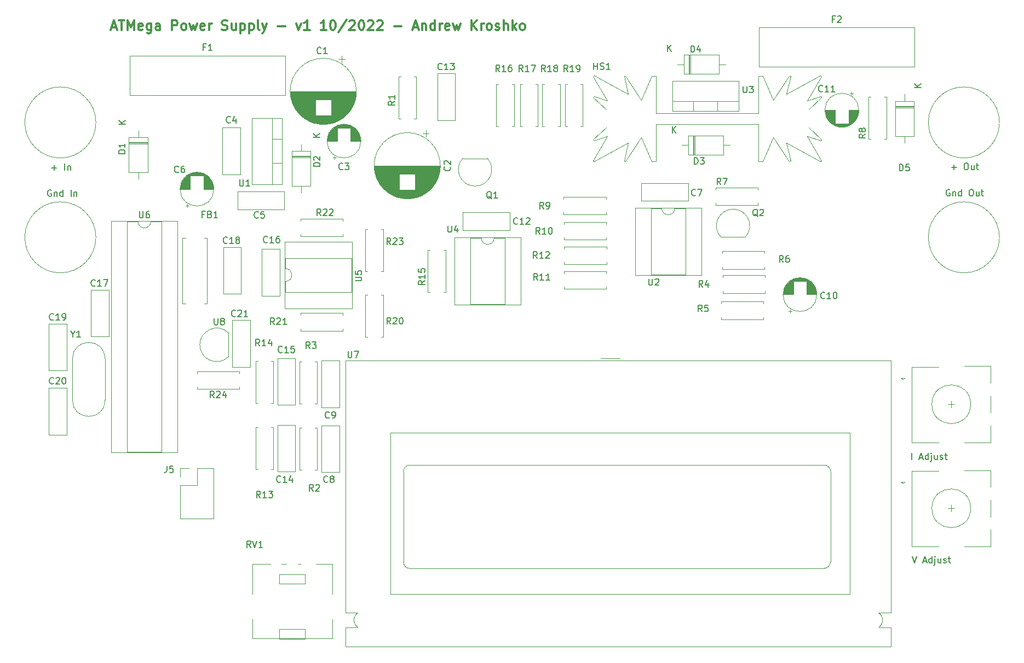
<source format=gbr>
%TF.GenerationSoftware,KiCad,Pcbnew,(6.0.7)*%
%TF.CreationDate,2022-10-29T05:59:00-06:00*%
%TF.ProjectId,atmega-powersupply-v1,61746d65-6761-42d7-906f-776572737570,rev?*%
%TF.SameCoordinates,Original*%
%TF.FileFunction,Legend,Top*%
%TF.FilePolarity,Positive*%
%FSLAX46Y46*%
G04 Gerber Fmt 4.6, Leading zero omitted, Abs format (unit mm)*
G04 Created by KiCad (PCBNEW (6.0.7)) date 2022-10-29 05:59:00*
%MOMM*%
%LPD*%
G01*
G04 APERTURE LIST*
%ADD10C,0.150000*%
%ADD11C,0.300000*%
%ADD12C,0.120000*%
G04 APERTURE END LIST*
D10*
X176144609Y-110348780D02*
X176477942Y-111348780D01*
X176811276Y-110348780D01*
X177858895Y-111063066D02*
X178335085Y-111063066D01*
X177763657Y-111348780D02*
X178096990Y-110348780D01*
X178430323Y-111348780D01*
X179192228Y-111348780D02*
X179192228Y-110348780D01*
X179192228Y-111301161D02*
X179096990Y-111348780D01*
X178906514Y-111348780D01*
X178811276Y-111301161D01*
X178763657Y-111253542D01*
X178716038Y-111158304D01*
X178716038Y-110872590D01*
X178763657Y-110777352D01*
X178811276Y-110729733D01*
X178906514Y-110682114D01*
X179096990Y-110682114D01*
X179192228Y-110729733D01*
X179668419Y-110682114D02*
X179668419Y-111539257D01*
X179620800Y-111634495D01*
X179525561Y-111682114D01*
X179477942Y-111682114D01*
X179668419Y-110348780D02*
X179620800Y-110396400D01*
X179668419Y-110444019D01*
X179716038Y-110396400D01*
X179668419Y-110348780D01*
X179668419Y-110444019D01*
X180573180Y-110682114D02*
X180573180Y-111348780D01*
X180144609Y-110682114D02*
X180144609Y-111205923D01*
X180192228Y-111301161D01*
X180287466Y-111348780D01*
X180430323Y-111348780D01*
X180525561Y-111301161D01*
X180573180Y-111253542D01*
X181001752Y-111301161D02*
X181096990Y-111348780D01*
X181287466Y-111348780D01*
X181382704Y-111301161D01*
X181430323Y-111205923D01*
X181430323Y-111158304D01*
X181382704Y-111063066D01*
X181287466Y-111015447D01*
X181144609Y-111015447D01*
X181049371Y-110967828D01*
X181001752Y-110872590D01*
X181001752Y-110824971D01*
X181049371Y-110729733D01*
X181144609Y-110682114D01*
X181287466Y-110682114D01*
X181382704Y-110729733D01*
X181716038Y-110682114D02*
X182096990Y-110682114D01*
X181858895Y-110348780D02*
X181858895Y-111205923D01*
X181906514Y-111301161D01*
X182001752Y-111348780D01*
X182096990Y-111348780D01*
X181965885Y-53602000D02*
X181870647Y-53554380D01*
X181727790Y-53554380D01*
X181584933Y-53602000D01*
X181489695Y-53697238D01*
X181442076Y-53792476D01*
X181394457Y-53982952D01*
X181394457Y-54125809D01*
X181442076Y-54316285D01*
X181489695Y-54411523D01*
X181584933Y-54506761D01*
X181727790Y-54554380D01*
X181823028Y-54554380D01*
X181965885Y-54506761D01*
X182013504Y-54459142D01*
X182013504Y-54125809D01*
X181823028Y-54125809D01*
X182442076Y-53887714D02*
X182442076Y-54554380D01*
X182442076Y-53982952D02*
X182489695Y-53935333D01*
X182584933Y-53887714D01*
X182727790Y-53887714D01*
X182823028Y-53935333D01*
X182870647Y-54030571D01*
X182870647Y-54554380D01*
X183775409Y-54554380D02*
X183775409Y-53554380D01*
X183775409Y-54506761D02*
X183680171Y-54554380D01*
X183489695Y-54554380D01*
X183394457Y-54506761D01*
X183346838Y-54459142D01*
X183299219Y-54363904D01*
X183299219Y-54078190D01*
X183346838Y-53982952D01*
X183394457Y-53935333D01*
X183489695Y-53887714D01*
X183680171Y-53887714D01*
X183775409Y-53935333D01*
X185203980Y-53554380D02*
X185394457Y-53554380D01*
X185489695Y-53602000D01*
X185584933Y-53697238D01*
X185632552Y-53887714D01*
X185632552Y-54221047D01*
X185584933Y-54411523D01*
X185489695Y-54506761D01*
X185394457Y-54554380D01*
X185203980Y-54554380D01*
X185108742Y-54506761D01*
X185013504Y-54411523D01*
X184965885Y-54221047D01*
X184965885Y-53887714D01*
X185013504Y-53697238D01*
X185108742Y-53602000D01*
X185203980Y-53554380D01*
X186489695Y-53887714D02*
X186489695Y-54554380D01*
X186061123Y-53887714D02*
X186061123Y-54411523D01*
X186108742Y-54506761D01*
X186203980Y-54554380D01*
X186346838Y-54554380D01*
X186442076Y-54506761D01*
X186489695Y-54459142D01*
X186823028Y-53887714D02*
X187203980Y-53887714D01*
X186965885Y-53554380D02*
X186965885Y-54411523D01*
X187013504Y-54506761D01*
X187108742Y-54554380D01*
X187203980Y-54554380D01*
X182227790Y-50109428D02*
X182989695Y-50109428D01*
X182608742Y-50490380D02*
X182608742Y-49728476D01*
X184418266Y-49490380D02*
X184608742Y-49490380D01*
X184703980Y-49538000D01*
X184799219Y-49633238D01*
X184846838Y-49823714D01*
X184846838Y-50157047D01*
X184799219Y-50347523D01*
X184703980Y-50442761D01*
X184608742Y-50490380D01*
X184418266Y-50490380D01*
X184323028Y-50442761D01*
X184227790Y-50347523D01*
X184180171Y-50157047D01*
X184180171Y-49823714D01*
X184227790Y-49633238D01*
X184323028Y-49538000D01*
X184418266Y-49490380D01*
X185703980Y-49823714D02*
X185703980Y-50490380D01*
X185275409Y-49823714D02*
X185275409Y-50347523D01*
X185323028Y-50442761D01*
X185418266Y-50490380D01*
X185561123Y-50490380D01*
X185656361Y-50442761D01*
X185703980Y-50395142D01*
X186037314Y-49823714D02*
X186418266Y-49823714D01*
X186180171Y-49490380D02*
X186180171Y-50347523D01*
X186227790Y-50442761D01*
X186323028Y-50490380D01*
X186418266Y-50490380D01*
D11*
X52363714Y-28444000D02*
X53078000Y-28444000D01*
X52220857Y-28872571D02*
X52720857Y-27372571D01*
X53220857Y-28872571D01*
X53506571Y-27372571D02*
X54363714Y-27372571D01*
X53935142Y-28872571D02*
X53935142Y-27372571D01*
X54863714Y-28872571D02*
X54863714Y-27372571D01*
X55363714Y-28444000D01*
X55863714Y-27372571D01*
X55863714Y-28872571D01*
X57149428Y-28801142D02*
X57006571Y-28872571D01*
X56720857Y-28872571D01*
X56578000Y-28801142D01*
X56506571Y-28658285D01*
X56506571Y-28086857D01*
X56578000Y-27944000D01*
X56720857Y-27872571D01*
X57006571Y-27872571D01*
X57149428Y-27944000D01*
X57220857Y-28086857D01*
X57220857Y-28229714D01*
X56506571Y-28372571D01*
X58506571Y-27872571D02*
X58506571Y-29086857D01*
X58435142Y-29229714D01*
X58363714Y-29301142D01*
X58220857Y-29372571D01*
X58006571Y-29372571D01*
X57863714Y-29301142D01*
X58506571Y-28801142D02*
X58363714Y-28872571D01*
X58078000Y-28872571D01*
X57935142Y-28801142D01*
X57863714Y-28729714D01*
X57792285Y-28586857D01*
X57792285Y-28158285D01*
X57863714Y-28015428D01*
X57935142Y-27944000D01*
X58078000Y-27872571D01*
X58363714Y-27872571D01*
X58506571Y-27944000D01*
X59863714Y-28872571D02*
X59863714Y-28086857D01*
X59792285Y-27944000D01*
X59649428Y-27872571D01*
X59363714Y-27872571D01*
X59220857Y-27944000D01*
X59863714Y-28801142D02*
X59720857Y-28872571D01*
X59363714Y-28872571D01*
X59220857Y-28801142D01*
X59149428Y-28658285D01*
X59149428Y-28515428D01*
X59220857Y-28372571D01*
X59363714Y-28301142D01*
X59720857Y-28301142D01*
X59863714Y-28229714D01*
X61720857Y-28872571D02*
X61720857Y-27372571D01*
X62292285Y-27372571D01*
X62435142Y-27444000D01*
X62506571Y-27515428D01*
X62578000Y-27658285D01*
X62578000Y-27872571D01*
X62506571Y-28015428D01*
X62435142Y-28086857D01*
X62292285Y-28158285D01*
X61720857Y-28158285D01*
X63435142Y-28872571D02*
X63292285Y-28801142D01*
X63220857Y-28729714D01*
X63149428Y-28586857D01*
X63149428Y-28158285D01*
X63220857Y-28015428D01*
X63292285Y-27944000D01*
X63435142Y-27872571D01*
X63649428Y-27872571D01*
X63792285Y-27944000D01*
X63863714Y-28015428D01*
X63935142Y-28158285D01*
X63935142Y-28586857D01*
X63863714Y-28729714D01*
X63792285Y-28801142D01*
X63649428Y-28872571D01*
X63435142Y-28872571D01*
X64435142Y-27872571D02*
X64720857Y-28872571D01*
X65006571Y-28158285D01*
X65292285Y-28872571D01*
X65578000Y-27872571D01*
X66720857Y-28801142D02*
X66578000Y-28872571D01*
X66292285Y-28872571D01*
X66149428Y-28801142D01*
X66078000Y-28658285D01*
X66078000Y-28086857D01*
X66149428Y-27944000D01*
X66292285Y-27872571D01*
X66578000Y-27872571D01*
X66720857Y-27944000D01*
X66792285Y-28086857D01*
X66792285Y-28229714D01*
X66078000Y-28372571D01*
X67435142Y-28872571D02*
X67435142Y-27872571D01*
X67435142Y-28158285D02*
X67506571Y-28015428D01*
X67578000Y-27944000D01*
X67720857Y-27872571D01*
X67863714Y-27872571D01*
X69435142Y-28801142D02*
X69649428Y-28872571D01*
X70006571Y-28872571D01*
X70149428Y-28801142D01*
X70220857Y-28729714D01*
X70292285Y-28586857D01*
X70292285Y-28444000D01*
X70220857Y-28301142D01*
X70149428Y-28229714D01*
X70006571Y-28158285D01*
X69720857Y-28086857D01*
X69578000Y-28015428D01*
X69506571Y-27944000D01*
X69435142Y-27801142D01*
X69435142Y-27658285D01*
X69506571Y-27515428D01*
X69578000Y-27444000D01*
X69720857Y-27372571D01*
X70078000Y-27372571D01*
X70292285Y-27444000D01*
X71578000Y-27872571D02*
X71578000Y-28872571D01*
X70935142Y-27872571D02*
X70935142Y-28658285D01*
X71006571Y-28801142D01*
X71149428Y-28872571D01*
X71363714Y-28872571D01*
X71506571Y-28801142D01*
X71578000Y-28729714D01*
X72292285Y-27872571D02*
X72292285Y-29372571D01*
X72292285Y-27944000D02*
X72435142Y-27872571D01*
X72720857Y-27872571D01*
X72863714Y-27944000D01*
X72935142Y-28015428D01*
X73006571Y-28158285D01*
X73006571Y-28586857D01*
X72935142Y-28729714D01*
X72863714Y-28801142D01*
X72720857Y-28872571D01*
X72435142Y-28872571D01*
X72292285Y-28801142D01*
X73649428Y-27872571D02*
X73649428Y-29372571D01*
X73649428Y-27944000D02*
X73792285Y-27872571D01*
X74078000Y-27872571D01*
X74220857Y-27944000D01*
X74292285Y-28015428D01*
X74363714Y-28158285D01*
X74363714Y-28586857D01*
X74292285Y-28729714D01*
X74220857Y-28801142D01*
X74078000Y-28872571D01*
X73792285Y-28872571D01*
X73649428Y-28801142D01*
X75220857Y-28872571D02*
X75078000Y-28801142D01*
X75006571Y-28658285D01*
X75006571Y-27372571D01*
X75649428Y-27872571D02*
X76006571Y-28872571D01*
X76363714Y-27872571D02*
X76006571Y-28872571D01*
X75863714Y-29229714D01*
X75792285Y-29301142D01*
X75649428Y-29372571D01*
X78078000Y-28301142D02*
X79220857Y-28301142D01*
X80935142Y-27872571D02*
X81292285Y-28872571D01*
X81649428Y-27872571D01*
X83006571Y-28872571D02*
X82149428Y-28872571D01*
X82578000Y-28872571D02*
X82578000Y-27372571D01*
X82435142Y-27586857D01*
X82292285Y-27729714D01*
X82149428Y-27801142D01*
X85578000Y-28872571D02*
X84720857Y-28872571D01*
X85149428Y-28872571D02*
X85149428Y-27372571D01*
X85006571Y-27586857D01*
X84863714Y-27729714D01*
X84720857Y-27801142D01*
X86506571Y-27372571D02*
X86649428Y-27372571D01*
X86792285Y-27444000D01*
X86863714Y-27515428D01*
X86935142Y-27658285D01*
X87006571Y-27944000D01*
X87006571Y-28301142D01*
X86935142Y-28586857D01*
X86863714Y-28729714D01*
X86792285Y-28801142D01*
X86649428Y-28872571D01*
X86506571Y-28872571D01*
X86363714Y-28801142D01*
X86292285Y-28729714D01*
X86220857Y-28586857D01*
X86149428Y-28301142D01*
X86149428Y-27944000D01*
X86220857Y-27658285D01*
X86292285Y-27515428D01*
X86363714Y-27444000D01*
X86506571Y-27372571D01*
X88720857Y-27301142D02*
X87435142Y-29229714D01*
X89149428Y-27515428D02*
X89220857Y-27444000D01*
X89363714Y-27372571D01*
X89720857Y-27372571D01*
X89863714Y-27444000D01*
X89935142Y-27515428D01*
X90006571Y-27658285D01*
X90006571Y-27801142D01*
X89935142Y-28015428D01*
X89078000Y-28872571D01*
X90006571Y-28872571D01*
X90935142Y-27372571D02*
X91078000Y-27372571D01*
X91220857Y-27444000D01*
X91292285Y-27515428D01*
X91363714Y-27658285D01*
X91435142Y-27944000D01*
X91435142Y-28301142D01*
X91363714Y-28586857D01*
X91292285Y-28729714D01*
X91220857Y-28801142D01*
X91078000Y-28872571D01*
X90935142Y-28872571D01*
X90792285Y-28801142D01*
X90720857Y-28729714D01*
X90649428Y-28586857D01*
X90578000Y-28301142D01*
X90578000Y-27944000D01*
X90649428Y-27658285D01*
X90720857Y-27515428D01*
X90792285Y-27444000D01*
X90935142Y-27372571D01*
X92006571Y-27515428D02*
X92078000Y-27444000D01*
X92220857Y-27372571D01*
X92578000Y-27372571D01*
X92720857Y-27444000D01*
X92792285Y-27515428D01*
X92863714Y-27658285D01*
X92863714Y-27801142D01*
X92792285Y-28015428D01*
X91935142Y-28872571D01*
X92863714Y-28872571D01*
X93435142Y-27515428D02*
X93506571Y-27444000D01*
X93649428Y-27372571D01*
X94006571Y-27372571D01*
X94149428Y-27444000D01*
X94220857Y-27515428D01*
X94292285Y-27658285D01*
X94292285Y-27801142D01*
X94220857Y-28015428D01*
X93363714Y-28872571D01*
X94292285Y-28872571D01*
X96077999Y-28301142D02*
X97220857Y-28301142D01*
X99006571Y-28444000D02*
X99720857Y-28444000D01*
X98863714Y-28872571D02*
X99363714Y-27372571D01*
X99863714Y-28872571D01*
X100363714Y-27872571D02*
X100363714Y-28872571D01*
X100363714Y-28015428D02*
X100435142Y-27944000D01*
X100577999Y-27872571D01*
X100792285Y-27872571D01*
X100935142Y-27944000D01*
X101006571Y-28086857D01*
X101006571Y-28872571D01*
X102363714Y-28872571D02*
X102363714Y-27372571D01*
X102363714Y-28801142D02*
X102220857Y-28872571D01*
X101935142Y-28872571D01*
X101792285Y-28801142D01*
X101720857Y-28729714D01*
X101649428Y-28586857D01*
X101649428Y-28158285D01*
X101720857Y-28015428D01*
X101792285Y-27944000D01*
X101935142Y-27872571D01*
X102220857Y-27872571D01*
X102363714Y-27944000D01*
X103077999Y-28872571D02*
X103077999Y-27872571D01*
X103077999Y-28158285D02*
X103149428Y-28015428D01*
X103220857Y-27944000D01*
X103363714Y-27872571D01*
X103506571Y-27872571D01*
X104577999Y-28801142D02*
X104435142Y-28872571D01*
X104149428Y-28872571D01*
X104006571Y-28801142D01*
X103935142Y-28658285D01*
X103935142Y-28086857D01*
X104006571Y-27944000D01*
X104149428Y-27872571D01*
X104435142Y-27872571D01*
X104577999Y-27944000D01*
X104649428Y-28086857D01*
X104649428Y-28229714D01*
X103935142Y-28372571D01*
X105149428Y-27872571D02*
X105435142Y-28872571D01*
X105720857Y-28158285D01*
X106006571Y-28872571D01*
X106292285Y-27872571D01*
X108006571Y-28872571D02*
X108006571Y-27372571D01*
X108863714Y-28872571D02*
X108220857Y-28015428D01*
X108863714Y-27372571D02*
X108006571Y-28229714D01*
X109506571Y-28872571D02*
X109506571Y-27872571D01*
X109506571Y-28158285D02*
X109577999Y-28015428D01*
X109649428Y-27944000D01*
X109792285Y-27872571D01*
X109935142Y-27872571D01*
X110649428Y-28872571D02*
X110506571Y-28801142D01*
X110435142Y-28729714D01*
X110363714Y-28586857D01*
X110363714Y-28158285D01*
X110435142Y-28015428D01*
X110506571Y-27944000D01*
X110649428Y-27872571D01*
X110863714Y-27872571D01*
X111006571Y-27944000D01*
X111077999Y-28015428D01*
X111149428Y-28158285D01*
X111149428Y-28586857D01*
X111077999Y-28729714D01*
X111006571Y-28801142D01*
X110863714Y-28872571D01*
X110649428Y-28872571D01*
X111720857Y-28801142D02*
X111863714Y-28872571D01*
X112149428Y-28872571D01*
X112292285Y-28801142D01*
X112363714Y-28658285D01*
X112363714Y-28586857D01*
X112292285Y-28444000D01*
X112149428Y-28372571D01*
X111935142Y-28372571D01*
X111792285Y-28301142D01*
X111720857Y-28158285D01*
X111720857Y-28086857D01*
X111792285Y-27944000D01*
X111935142Y-27872571D01*
X112149428Y-27872571D01*
X112292285Y-27944000D01*
X113006571Y-28872571D02*
X113006571Y-27372571D01*
X113649428Y-28872571D02*
X113649428Y-28086857D01*
X113577999Y-27944000D01*
X113435142Y-27872571D01*
X113220857Y-27872571D01*
X113077999Y-27944000D01*
X113006571Y-28015428D01*
X114363714Y-28872571D02*
X114363714Y-27372571D01*
X114506571Y-28301142D02*
X114935142Y-28872571D01*
X114935142Y-27872571D02*
X114363714Y-28444000D01*
X115792285Y-28872571D02*
X115649428Y-28801142D01*
X115577999Y-28729714D01*
X115506571Y-28586857D01*
X115506571Y-28158285D01*
X115577999Y-28015428D01*
X115649428Y-27944000D01*
X115792285Y-27872571D01*
X116006571Y-27872571D01*
X116149428Y-27944000D01*
X116220857Y-28015428D01*
X116292285Y-28158285D01*
X116292285Y-28586857D01*
X116220857Y-28729714D01*
X116149428Y-28801142D01*
X116006571Y-28872571D01*
X115792285Y-28872571D01*
D10*
X43099219Y-50185628D02*
X43861123Y-50185628D01*
X43480171Y-50566580D02*
X43480171Y-49804676D01*
X45099219Y-50566580D02*
X45099219Y-49566580D01*
X45575409Y-49899914D02*
X45575409Y-50566580D01*
X45575409Y-49995152D02*
X45623028Y-49947533D01*
X45718266Y-49899914D01*
X45861123Y-49899914D01*
X45956361Y-49947533D01*
X46003980Y-50042771D01*
X46003980Y-50566580D01*
X43040514Y-53652800D02*
X42945276Y-53605180D01*
X42802419Y-53605180D01*
X42659561Y-53652800D01*
X42564323Y-53748038D01*
X42516704Y-53843276D01*
X42469085Y-54033752D01*
X42469085Y-54176609D01*
X42516704Y-54367085D01*
X42564323Y-54462323D01*
X42659561Y-54557561D01*
X42802419Y-54605180D01*
X42897657Y-54605180D01*
X43040514Y-54557561D01*
X43088133Y-54509942D01*
X43088133Y-54176609D01*
X42897657Y-54176609D01*
X43516704Y-53938514D02*
X43516704Y-54605180D01*
X43516704Y-54033752D02*
X43564323Y-53986133D01*
X43659561Y-53938514D01*
X43802419Y-53938514D01*
X43897657Y-53986133D01*
X43945276Y-54081371D01*
X43945276Y-54605180D01*
X44850038Y-54605180D02*
X44850038Y-53605180D01*
X44850038Y-54557561D02*
X44754800Y-54605180D01*
X44564323Y-54605180D01*
X44469085Y-54557561D01*
X44421466Y-54509942D01*
X44373847Y-54414704D01*
X44373847Y-54128990D01*
X44421466Y-54033752D01*
X44469085Y-53986133D01*
X44564323Y-53938514D01*
X44754800Y-53938514D01*
X44850038Y-53986133D01*
X46088133Y-54605180D02*
X46088133Y-53605180D01*
X46564323Y-53938514D02*
X46564323Y-54605180D01*
X46564323Y-54033752D02*
X46611942Y-53986133D01*
X46707180Y-53938514D01*
X46850038Y-53938514D01*
X46945276Y-53986133D01*
X46992895Y-54081371D01*
X46992895Y-54605180D01*
X176122342Y-95346780D02*
X176122342Y-94346780D01*
X177312819Y-95061066D02*
X177789009Y-95061066D01*
X177217580Y-95346780D02*
X177550914Y-94346780D01*
X177884247Y-95346780D01*
X178646152Y-95346780D02*
X178646152Y-94346780D01*
X178646152Y-95299161D02*
X178550914Y-95346780D01*
X178360438Y-95346780D01*
X178265200Y-95299161D01*
X178217580Y-95251542D01*
X178169961Y-95156304D01*
X178169961Y-94870590D01*
X178217580Y-94775352D01*
X178265200Y-94727733D01*
X178360438Y-94680114D01*
X178550914Y-94680114D01*
X178646152Y-94727733D01*
X179122342Y-94680114D02*
X179122342Y-95537257D01*
X179074723Y-95632495D01*
X178979485Y-95680114D01*
X178931866Y-95680114D01*
X179122342Y-94346780D02*
X179074723Y-94394400D01*
X179122342Y-94442019D01*
X179169961Y-94394400D01*
X179122342Y-94346780D01*
X179122342Y-94442019D01*
X180027104Y-94680114D02*
X180027104Y-95346780D01*
X179598533Y-94680114D02*
X179598533Y-95203923D01*
X179646152Y-95299161D01*
X179741390Y-95346780D01*
X179884247Y-95346780D01*
X179979485Y-95299161D01*
X180027104Y-95251542D01*
X180455676Y-95299161D02*
X180550914Y-95346780D01*
X180741390Y-95346780D01*
X180836628Y-95299161D01*
X180884247Y-95203923D01*
X180884247Y-95156304D01*
X180836628Y-95061066D01*
X180741390Y-95013447D01*
X180598533Y-95013447D01*
X180503295Y-94965828D01*
X180455676Y-94870590D01*
X180455676Y-94822971D01*
X180503295Y-94727733D01*
X180598533Y-94680114D01*
X180741390Y-94680114D01*
X180836628Y-94727733D01*
X181169961Y-94680114D02*
X181550914Y-94680114D01*
X181312819Y-94346780D02*
X181312819Y-95203923D01*
X181360438Y-95299161D01*
X181455676Y-95346780D01*
X181550914Y-95346780D01*
%TO.C,D2*%
X84602580Y-49963295D02*
X83602580Y-49963295D01*
X83602580Y-49725200D01*
X83650200Y-49582342D01*
X83745438Y-49487104D01*
X83840676Y-49439485D01*
X84031152Y-49391866D01*
X84174009Y-49391866D01*
X84364485Y-49439485D01*
X84459723Y-49487104D01*
X84554961Y-49582342D01*
X84602580Y-49725200D01*
X84602580Y-49963295D01*
X83697819Y-49010914D02*
X83650200Y-48963295D01*
X83602580Y-48868057D01*
X83602580Y-48629961D01*
X83650200Y-48534723D01*
X83697819Y-48487104D01*
X83793057Y-48439485D01*
X83888295Y-48439485D01*
X84031152Y-48487104D01*
X84602580Y-49058533D01*
X84602580Y-48439485D01*
X84551780Y-45473904D02*
X83551780Y-45473904D01*
X84551780Y-44902476D02*
X83980352Y-45331047D01*
X83551780Y-44902476D02*
X84123209Y-45473904D01*
%TO.C,C5*%
X75049083Y-57888142D02*
X75001464Y-57935761D01*
X74858607Y-57983380D01*
X74763369Y-57983380D01*
X74620511Y-57935761D01*
X74525273Y-57840523D01*
X74477654Y-57745285D01*
X74430035Y-57554809D01*
X74430035Y-57411952D01*
X74477654Y-57221476D01*
X74525273Y-57126238D01*
X74620511Y-57031000D01*
X74763369Y-56983380D01*
X74858607Y-56983380D01*
X75001464Y-57031000D01*
X75049083Y-57078619D01*
X75953845Y-56983380D02*
X75477654Y-56983380D01*
X75430035Y-57459571D01*
X75477654Y-57411952D01*
X75572892Y-57364333D01*
X75810988Y-57364333D01*
X75906226Y-57411952D01*
X75953845Y-57459571D01*
X76001464Y-57554809D01*
X76001464Y-57792904D01*
X75953845Y-57888142D01*
X75906226Y-57935761D01*
X75810988Y-57983380D01*
X75572892Y-57983380D01*
X75477654Y-57935761D01*
X75430035Y-57888142D01*
%TO.C,R3*%
X83057583Y-78152380D02*
X82724250Y-77676190D01*
X82486154Y-78152380D02*
X82486154Y-77152380D01*
X82867107Y-77152380D01*
X82962345Y-77200000D01*
X83009964Y-77247619D01*
X83057583Y-77342857D01*
X83057583Y-77485714D01*
X83009964Y-77580952D01*
X82962345Y-77628571D01*
X82867107Y-77676190D01*
X82486154Y-77676190D01*
X83390916Y-77152380D02*
X84009964Y-77152380D01*
X83676630Y-77533333D01*
X83819488Y-77533333D01*
X83914726Y-77580952D01*
X83962345Y-77628571D01*
X84009964Y-77723809D01*
X84009964Y-77961904D01*
X83962345Y-78057142D01*
X83914726Y-78104761D01*
X83819488Y-78152380D01*
X83533773Y-78152380D01*
X83438535Y-78104761D01*
X83390916Y-78057142D01*
%TO.C,C8*%
X85779333Y-98796142D02*
X85731714Y-98843761D01*
X85588857Y-98891380D01*
X85493619Y-98891380D01*
X85350761Y-98843761D01*
X85255523Y-98748523D01*
X85207904Y-98653285D01*
X85160285Y-98462809D01*
X85160285Y-98319952D01*
X85207904Y-98129476D01*
X85255523Y-98034238D01*
X85350761Y-97939000D01*
X85493619Y-97891380D01*
X85588857Y-97891380D01*
X85731714Y-97939000D01*
X85779333Y-97986619D01*
X86350761Y-98319952D02*
X86255523Y-98272333D01*
X86207904Y-98224714D01*
X86160285Y-98129476D01*
X86160285Y-98081857D01*
X86207904Y-97986619D01*
X86255523Y-97939000D01*
X86350761Y-97891380D01*
X86541238Y-97891380D01*
X86636476Y-97939000D01*
X86684095Y-97986619D01*
X86731714Y-98081857D01*
X86731714Y-98129476D01*
X86684095Y-98224714D01*
X86636476Y-98272333D01*
X86541238Y-98319952D01*
X86350761Y-98319952D01*
X86255523Y-98367571D01*
X86207904Y-98415190D01*
X86160285Y-98510428D01*
X86160285Y-98700904D01*
X86207904Y-98796142D01*
X86255523Y-98843761D01*
X86350761Y-98891380D01*
X86541238Y-98891380D01*
X86636476Y-98843761D01*
X86684095Y-98796142D01*
X86731714Y-98700904D01*
X86731714Y-98510428D01*
X86684095Y-98415190D01*
X86636476Y-98367571D01*
X86541238Y-98319952D01*
%TO.C,U2*%
X135407495Y-67371980D02*
X135407495Y-68181504D01*
X135455114Y-68276742D01*
X135502733Y-68324361D01*
X135597971Y-68371980D01*
X135788447Y-68371980D01*
X135883685Y-68324361D01*
X135931304Y-68276742D01*
X135978923Y-68181504D01*
X135978923Y-67371980D01*
X136407495Y-67467219D02*
X136455114Y-67419600D01*
X136550352Y-67371980D01*
X136788447Y-67371980D01*
X136883685Y-67419600D01*
X136931304Y-67467219D01*
X136978923Y-67562457D01*
X136978923Y-67657695D01*
X136931304Y-67800552D01*
X136359876Y-68371980D01*
X136978923Y-68371980D01*
%TO.C,R13*%
X75363392Y-101252380D02*
X75030059Y-100776190D01*
X74791964Y-101252380D02*
X74791964Y-100252380D01*
X75172916Y-100252380D01*
X75268154Y-100300000D01*
X75315773Y-100347619D01*
X75363392Y-100442857D01*
X75363392Y-100585714D01*
X75315773Y-100680952D01*
X75268154Y-100728571D01*
X75172916Y-100776190D01*
X74791964Y-100776190D01*
X76315773Y-101252380D02*
X75744345Y-101252380D01*
X76030059Y-101252380D02*
X76030059Y-100252380D01*
X75934821Y-100395238D01*
X75839583Y-100490476D01*
X75744345Y-100538095D01*
X76649107Y-100252380D02*
X77268154Y-100252380D01*
X76934821Y-100633333D01*
X77077678Y-100633333D01*
X77172916Y-100680952D01*
X77220535Y-100728571D01*
X77268154Y-100823809D01*
X77268154Y-101061904D01*
X77220535Y-101157142D01*
X77172916Y-101204761D01*
X77077678Y-101252380D01*
X76791964Y-101252380D01*
X76696726Y-101204761D01*
X76649107Y-101157142D01*
%TO.C,J5*%
X60912416Y-96353380D02*
X60912416Y-97067666D01*
X60864797Y-97210523D01*
X60769559Y-97305761D01*
X60626702Y-97353380D01*
X60531464Y-97353380D01*
X61864797Y-96353380D02*
X61388607Y-96353380D01*
X61340988Y-96829571D01*
X61388607Y-96781952D01*
X61483845Y-96734333D01*
X61721940Y-96734333D01*
X61817178Y-96781952D01*
X61864797Y-96829571D01*
X61912416Y-96924809D01*
X61912416Y-97162904D01*
X61864797Y-97258142D01*
X61817178Y-97305761D01*
X61721940Y-97353380D01*
X61483845Y-97353380D01*
X61388607Y-97305761D01*
X61340988Y-97258142D01*
%TO.C,C17*%
X49827142Y-68437142D02*
X49779523Y-68484761D01*
X49636666Y-68532380D01*
X49541428Y-68532380D01*
X49398571Y-68484761D01*
X49303333Y-68389523D01*
X49255714Y-68294285D01*
X49208095Y-68103809D01*
X49208095Y-67960952D01*
X49255714Y-67770476D01*
X49303333Y-67675238D01*
X49398571Y-67580000D01*
X49541428Y-67532380D01*
X49636666Y-67532380D01*
X49779523Y-67580000D01*
X49827142Y-67627619D01*
X50779523Y-68532380D02*
X50208095Y-68532380D01*
X50493809Y-68532380D02*
X50493809Y-67532380D01*
X50398571Y-67675238D01*
X50303333Y-67770476D01*
X50208095Y-67818095D01*
X51112857Y-67532380D02*
X51779523Y-67532380D01*
X51350952Y-68532380D01*
%TO.C,C2*%
X104682892Y-50037666D02*
X104730511Y-50085285D01*
X104778130Y-50228142D01*
X104778130Y-50323380D01*
X104730511Y-50466238D01*
X104635273Y-50561476D01*
X104540035Y-50609095D01*
X104349559Y-50656714D01*
X104206702Y-50656714D01*
X104016226Y-50609095D01*
X103920988Y-50561476D01*
X103825750Y-50466238D01*
X103778130Y-50323380D01*
X103778130Y-50228142D01*
X103825750Y-50085285D01*
X103873369Y-50037666D01*
X103873369Y-49656714D02*
X103825750Y-49609095D01*
X103778130Y-49513857D01*
X103778130Y-49275761D01*
X103825750Y-49180523D01*
X103873369Y-49132904D01*
X103968607Y-49085285D01*
X104063845Y-49085285D01*
X104206702Y-49132904D01*
X104778130Y-49704333D01*
X104778130Y-49085285D01*
%TO.C,U8*%
X68230845Y-73493380D02*
X68230845Y-74302904D01*
X68278464Y-74398142D01*
X68326083Y-74445761D01*
X68421321Y-74493380D01*
X68611797Y-74493380D01*
X68707035Y-74445761D01*
X68754654Y-74398142D01*
X68802273Y-74302904D01*
X68802273Y-73493380D01*
X69421321Y-73921952D02*
X69326083Y-73874333D01*
X69278464Y-73826714D01*
X69230845Y-73731476D01*
X69230845Y-73683857D01*
X69278464Y-73588619D01*
X69326083Y-73541000D01*
X69421321Y-73493380D01*
X69611797Y-73493380D01*
X69707035Y-73541000D01*
X69754654Y-73588619D01*
X69802273Y-73683857D01*
X69802273Y-73731476D01*
X69754654Y-73826714D01*
X69707035Y-73874333D01*
X69611797Y-73921952D01*
X69421321Y-73921952D01*
X69326083Y-73969571D01*
X69278464Y-74017190D01*
X69230845Y-74112428D01*
X69230845Y-74302904D01*
X69278464Y-74398142D01*
X69326083Y-74445761D01*
X69421321Y-74493380D01*
X69611797Y-74493380D01*
X69707035Y-74445761D01*
X69754654Y-74398142D01*
X69802273Y-74302904D01*
X69802273Y-74112428D01*
X69754654Y-74017190D01*
X69707035Y-73969571D01*
X69611797Y-73921952D01*
%TO.C,U1*%
X72167845Y-52030380D02*
X72167845Y-52839904D01*
X72215464Y-52935142D01*
X72263083Y-52982761D01*
X72358321Y-53030380D01*
X72548797Y-53030380D01*
X72644035Y-52982761D01*
X72691654Y-52935142D01*
X72739273Y-52839904D01*
X72739273Y-52030380D01*
X73739273Y-53030380D02*
X73167845Y-53030380D01*
X73453559Y-53030380D02*
X73453559Y-52030380D01*
X73358321Y-52173238D01*
X73263083Y-52268476D01*
X73167845Y-52316095D01*
%TO.C,C20*%
X43387142Y-83567142D02*
X43339523Y-83614761D01*
X43196666Y-83662380D01*
X43101428Y-83662380D01*
X42958571Y-83614761D01*
X42863333Y-83519523D01*
X42815714Y-83424285D01*
X42768095Y-83233809D01*
X42768095Y-83090952D01*
X42815714Y-82900476D01*
X42863333Y-82805238D01*
X42958571Y-82710000D01*
X43101428Y-82662380D01*
X43196666Y-82662380D01*
X43339523Y-82710000D01*
X43387142Y-82757619D01*
X43768095Y-82757619D02*
X43815714Y-82710000D01*
X43910952Y-82662380D01*
X44149047Y-82662380D01*
X44244285Y-82710000D01*
X44291904Y-82757619D01*
X44339523Y-82852857D01*
X44339523Y-82948095D01*
X44291904Y-83090952D01*
X43720476Y-83662380D01*
X44339523Y-83662380D01*
X44958571Y-82662380D02*
X45053809Y-82662380D01*
X45149047Y-82710000D01*
X45196666Y-82757619D01*
X45244285Y-82852857D01*
X45291904Y-83043333D01*
X45291904Y-83281428D01*
X45244285Y-83471904D01*
X45196666Y-83567142D01*
X45149047Y-83614761D01*
X45053809Y-83662380D01*
X44958571Y-83662380D01*
X44863333Y-83614761D01*
X44815714Y-83567142D01*
X44768095Y-83471904D01*
X44720476Y-83281428D01*
X44720476Y-83043333D01*
X44768095Y-82852857D01*
X44815714Y-82757619D01*
X44863333Y-82710000D01*
X44958571Y-82662380D01*
%TO.C,R18*%
X119417392Y-35321380D02*
X119084059Y-34845190D01*
X118845964Y-35321380D02*
X118845964Y-34321380D01*
X119226916Y-34321380D01*
X119322154Y-34369000D01*
X119369773Y-34416619D01*
X119417392Y-34511857D01*
X119417392Y-34654714D01*
X119369773Y-34749952D01*
X119322154Y-34797571D01*
X119226916Y-34845190D01*
X118845964Y-34845190D01*
X120369773Y-35321380D02*
X119798345Y-35321380D01*
X120084059Y-35321380D02*
X120084059Y-34321380D01*
X119988821Y-34464238D01*
X119893583Y-34559476D01*
X119798345Y-34607095D01*
X120941202Y-34749952D02*
X120845964Y-34702333D01*
X120798345Y-34654714D01*
X120750726Y-34559476D01*
X120750726Y-34511857D01*
X120798345Y-34416619D01*
X120845964Y-34369000D01*
X120941202Y-34321380D01*
X121131678Y-34321380D01*
X121226916Y-34369000D01*
X121274535Y-34416619D01*
X121322154Y-34511857D01*
X121322154Y-34559476D01*
X121274535Y-34654714D01*
X121226916Y-34702333D01*
X121131678Y-34749952D01*
X120941202Y-34749952D01*
X120845964Y-34797571D01*
X120798345Y-34845190D01*
X120750726Y-34940428D01*
X120750726Y-35130904D01*
X120798345Y-35226142D01*
X120845964Y-35273761D01*
X120941202Y-35321380D01*
X121131678Y-35321380D01*
X121226916Y-35273761D01*
X121274535Y-35226142D01*
X121322154Y-35130904D01*
X121322154Y-34940428D01*
X121274535Y-34845190D01*
X121226916Y-34797571D01*
X121131678Y-34749952D01*
%TO.C,R11*%
X118229142Y-67584580D02*
X117895809Y-67108390D01*
X117657714Y-67584580D02*
X117657714Y-66584580D01*
X118038666Y-66584580D01*
X118133904Y-66632200D01*
X118181523Y-66679819D01*
X118229142Y-66775057D01*
X118229142Y-66917914D01*
X118181523Y-67013152D01*
X118133904Y-67060771D01*
X118038666Y-67108390D01*
X117657714Y-67108390D01*
X119181523Y-67584580D02*
X118610095Y-67584580D01*
X118895809Y-67584580D02*
X118895809Y-66584580D01*
X118800571Y-66727438D01*
X118705333Y-66822676D01*
X118610095Y-66870295D01*
X120133904Y-67584580D02*
X119562476Y-67584580D01*
X119848190Y-67584580D02*
X119848190Y-66584580D01*
X119752952Y-66727438D01*
X119657714Y-66822676D01*
X119562476Y-66870295D01*
%TO.C,D4*%
X141933704Y-32303980D02*
X141933704Y-31303980D01*
X142171800Y-31303980D01*
X142314657Y-31351600D01*
X142409895Y-31446838D01*
X142457514Y-31542076D01*
X142505133Y-31732552D01*
X142505133Y-31875409D01*
X142457514Y-32065885D01*
X142409895Y-32161123D01*
X142314657Y-32256361D01*
X142171800Y-32303980D01*
X141933704Y-32303980D01*
X143362276Y-31637314D02*
X143362276Y-32303980D01*
X143124180Y-31256361D02*
X142886085Y-31970647D01*
X143505133Y-31970647D01*
X138318095Y-32162380D02*
X138318095Y-31162380D01*
X138889523Y-32162380D02*
X138460952Y-31590952D01*
X138889523Y-31162380D02*
X138318095Y-31733809D01*
%TO.C,C16*%
X76477892Y-61698142D02*
X76430273Y-61745761D01*
X76287416Y-61793380D01*
X76192178Y-61793380D01*
X76049321Y-61745761D01*
X75954083Y-61650523D01*
X75906464Y-61555285D01*
X75858845Y-61364809D01*
X75858845Y-61221952D01*
X75906464Y-61031476D01*
X75954083Y-60936238D01*
X76049321Y-60841000D01*
X76192178Y-60793380D01*
X76287416Y-60793380D01*
X76430273Y-60841000D01*
X76477892Y-60888619D01*
X77430273Y-61793380D02*
X76858845Y-61793380D01*
X77144559Y-61793380D02*
X77144559Y-60793380D01*
X77049321Y-60936238D01*
X76954083Y-61031476D01*
X76858845Y-61079095D01*
X78287416Y-60793380D02*
X78096940Y-60793380D01*
X78001702Y-60841000D01*
X77954083Y-60888619D01*
X77858845Y-61031476D01*
X77811226Y-61221952D01*
X77811226Y-61602904D01*
X77858845Y-61698142D01*
X77906464Y-61745761D01*
X78001702Y-61793380D01*
X78192178Y-61793380D01*
X78287416Y-61745761D01*
X78335035Y-61698142D01*
X78382654Y-61602904D01*
X78382654Y-61364809D01*
X78335035Y-61269571D01*
X78287416Y-61221952D01*
X78192178Y-61174333D01*
X78001702Y-61174333D01*
X77906464Y-61221952D01*
X77858845Y-61269571D01*
X77811226Y-61364809D01*
%TO.C,D5*%
X174201904Y-50662380D02*
X174201904Y-49662380D01*
X174440000Y-49662380D01*
X174582857Y-49710000D01*
X174678095Y-49805238D01*
X174725714Y-49900476D01*
X174773333Y-50090952D01*
X174773333Y-50233809D01*
X174725714Y-50424285D01*
X174678095Y-50519523D01*
X174582857Y-50614761D01*
X174440000Y-50662380D01*
X174201904Y-50662380D01*
X175678095Y-49662380D02*
X175201904Y-49662380D01*
X175154285Y-50138571D01*
X175201904Y-50090952D01*
X175297142Y-50043333D01*
X175535238Y-50043333D01*
X175630476Y-50090952D01*
X175678095Y-50138571D01*
X175725714Y-50233809D01*
X175725714Y-50471904D01*
X175678095Y-50567142D01*
X175630476Y-50614761D01*
X175535238Y-50662380D01*
X175297142Y-50662380D01*
X175201904Y-50614761D01*
X175154285Y-50567142D01*
X177532380Y-37751904D02*
X176532380Y-37751904D01*
X177532380Y-37180476D02*
X176960952Y-37609047D01*
X176532380Y-37180476D02*
X177103809Y-37751904D01*
%TO.C,R17*%
X115957392Y-35291380D02*
X115624059Y-34815190D01*
X115385964Y-35291380D02*
X115385964Y-34291380D01*
X115766916Y-34291380D01*
X115862154Y-34339000D01*
X115909773Y-34386619D01*
X115957392Y-34481857D01*
X115957392Y-34624714D01*
X115909773Y-34719952D01*
X115862154Y-34767571D01*
X115766916Y-34815190D01*
X115385964Y-34815190D01*
X116909773Y-35291380D02*
X116338345Y-35291380D01*
X116624059Y-35291380D02*
X116624059Y-34291380D01*
X116528821Y-34434238D01*
X116433583Y-34529476D01*
X116338345Y-34577095D01*
X117243107Y-34291380D02*
X117909773Y-34291380D01*
X117481202Y-35291380D01*
%TO.C,F1*%
X66876666Y-31518571D02*
X66543333Y-31518571D01*
X66543333Y-32042380D02*
X66543333Y-31042380D01*
X67019523Y-31042380D01*
X67924285Y-32042380D02*
X67352857Y-32042380D01*
X67638571Y-32042380D02*
X67638571Y-31042380D01*
X67543333Y-31185238D01*
X67448095Y-31280476D01*
X67352857Y-31328095D01*
%TO.C,R10*%
X118584742Y-60447180D02*
X118251409Y-59970990D01*
X118013314Y-60447180D02*
X118013314Y-59447180D01*
X118394266Y-59447180D01*
X118489504Y-59494800D01*
X118537123Y-59542419D01*
X118584742Y-59637657D01*
X118584742Y-59780514D01*
X118537123Y-59875752D01*
X118489504Y-59923371D01*
X118394266Y-59970990D01*
X118013314Y-59970990D01*
X119537123Y-60447180D02*
X118965695Y-60447180D01*
X119251409Y-60447180D02*
X119251409Y-59447180D01*
X119156171Y-59590038D01*
X119060933Y-59685276D01*
X118965695Y-59732895D01*
X120156171Y-59447180D02*
X120251409Y-59447180D01*
X120346647Y-59494800D01*
X120394266Y-59542419D01*
X120441885Y-59637657D01*
X120489504Y-59828133D01*
X120489504Y-60066228D01*
X120441885Y-60256704D01*
X120394266Y-60351942D01*
X120346647Y-60399561D01*
X120251409Y-60447180D01*
X120156171Y-60447180D01*
X120060933Y-60399561D01*
X120013314Y-60351942D01*
X119965695Y-60256704D01*
X119918076Y-60066228D01*
X119918076Y-59828133D01*
X119965695Y-59637657D01*
X120013314Y-59542419D01*
X120060933Y-59494800D01*
X120156171Y-59447180D01*
%TO.C,C13*%
X103457142Y-34923142D02*
X103409523Y-34970761D01*
X103266666Y-35018380D01*
X103171428Y-35018380D01*
X103028571Y-34970761D01*
X102933333Y-34875523D01*
X102885714Y-34780285D01*
X102838095Y-34589809D01*
X102838095Y-34446952D01*
X102885714Y-34256476D01*
X102933333Y-34161238D01*
X103028571Y-34066000D01*
X103171428Y-34018380D01*
X103266666Y-34018380D01*
X103409523Y-34066000D01*
X103457142Y-34113619D01*
X104409523Y-35018380D02*
X103838095Y-35018380D01*
X104123809Y-35018380D02*
X104123809Y-34018380D01*
X104028571Y-34161238D01*
X103933333Y-34256476D01*
X103838095Y-34304095D01*
X104742857Y-34018380D02*
X105361904Y-34018380D01*
X105028571Y-34399333D01*
X105171428Y-34399333D01*
X105266666Y-34446952D01*
X105314285Y-34494571D01*
X105361904Y-34589809D01*
X105361904Y-34827904D01*
X105314285Y-34923142D01*
X105266666Y-34970761D01*
X105171428Y-35018380D01*
X104885714Y-35018380D01*
X104790476Y-34970761D01*
X104742857Y-34923142D01*
%TO.C,R9*%
X119162533Y-56535580D02*
X118829200Y-56059390D01*
X118591104Y-56535580D02*
X118591104Y-55535580D01*
X118972057Y-55535580D01*
X119067295Y-55583200D01*
X119114914Y-55630819D01*
X119162533Y-55726057D01*
X119162533Y-55868914D01*
X119114914Y-55964152D01*
X119067295Y-56011771D01*
X118972057Y-56059390D01*
X118591104Y-56059390D01*
X119638723Y-56535580D02*
X119829200Y-56535580D01*
X119924438Y-56487961D01*
X119972057Y-56440342D01*
X120067295Y-56297485D01*
X120114914Y-56107009D01*
X120114914Y-55726057D01*
X120067295Y-55630819D01*
X120019676Y-55583200D01*
X119924438Y-55535580D01*
X119733961Y-55535580D01*
X119638723Y-55583200D01*
X119591104Y-55630819D01*
X119543485Y-55726057D01*
X119543485Y-55964152D01*
X119591104Y-56059390D01*
X119638723Y-56107009D01*
X119733961Y-56154628D01*
X119924438Y-56154628D01*
X120019676Y-56107009D01*
X120067295Y-56059390D01*
X120114914Y-55964152D01*
%TO.C,R1*%
X96139380Y-39912666D02*
X95663190Y-40246000D01*
X96139380Y-40484095D02*
X95139380Y-40484095D01*
X95139380Y-40103142D01*
X95187000Y-40007904D01*
X95234619Y-39960285D01*
X95329857Y-39912666D01*
X95472714Y-39912666D01*
X95567952Y-39960285D01*
X95615571Y-40007904D01*
X95663190Y-40103142D01*
X95663190Y-40484095D01*
X96139380Y-38960285D02*
X96139380Y-39531714D01*
X96139380Y-39246000D02*
X95139380Y-39246000D01*
X95282238Y-39341238D01*
X95377476Y-39436476D01*
X95425095Y-39531714D01*
%TO.C,R20*%
X95521542Y-74391780D02*
X95188209Y-73915590D01*
X94950114Y-74391780D02*
X94950114Y-73391780D01*
X95331066Y-73391780D01*
X95426304Y-73439400D01*
X95473923Y-73487019D01*
X95521542Y-73582257D01*
X95521542Y-73725114D01*
X95473923Y-73820352D01*
X95426304Y-73867971D01*
X95331066Y-73915590D01*
X94950114Y-73915590D01*
X95902495Y-73487019D02*
X95950114Y-73439400D01*
X96045352Y-73391780D01*
X96283447Y-73391780D01*
X96378685Y-73439400D01*
X96426304Y-73487019D01*
X96473923Y-73582257D01*
X96473923Y-73677495D01*
X96426304Y-73820352D01*
X95854876Y-74391780D01*
X96473923Y-74391780D01*
X97092971Y-73391780D02*
X97188209Y-73391780D01*
X97283447Y-73439400D01*
X97331066Y-73487019D01*
X97378685Y-73582257D01*
X97426304Y-73772733D01*
X97426304Y-74010828D01*
X97378685Y-74201304D01*
X97331066Y-74296542D01*
X97283447Y-74344161D01*
X97188209Y-74391780D01*
X97092971Y-74391780D01*
X96997733Y-74344161D01*
X96950114Y-74296542D01*
X96902495Y-74201304D01*
X96854876Y-74010828D01*
X96854876Y-73772733D01*
X96902495Y-73582257D01*
X96950114Y-73487019D01*
X96997733Y-73439400D01*
X97092971Y-73391780D01*
%TO.C,R8*%
X168922380Y-44996666D02*
X168446190Y-45330000D01*
X168922380Y-45568095D02*
X167922380Y-45568095D01*
X167922380Y-45187142D01*
X167970000Y-45091904D01*
X168017619Y-45044285D01*
X168112857Y-44996666D01*
X168255714Y-44996666D01*
X168350952Y-45044285D01*
X168398571Y-45091904D01*
X168446190Y-45187142D01*
X168446190Y-45568095D01*
X168350952Y-44425238D02*
X168303333Y-44520476D01*
X168255714Y-44568095D01*
X168160476Y-44615714D01*
X168112857Y-44615714D01*
X168017619Y-44568095D01*
X167970000Y-44520476D01*
X167922380Y-44425238D01*
X167922380Y-44234761D01*
X167970000Y-44139523D01*
X168017619Y-44091904D01*
X168112857Y-44044285D01*
X168160476Y-44044285D01*
X168255714Y-44091904D01*
X168303333Y-44139523D01*
X168350952Y-44234761D01*
X168350952Y-44425238D01*
X168398571Y-44520476D01*
X168446190Y-44568095D01*
X168541428Y-44615714D01*
X168731904Y-44615714D01*
X168827142Y-44568095D01*
X168874761Y-44520476D01*
X168922380Y-44425238D01*
X168922380Y-44234761D01*
X168874761Y-44139523D01*
X168827142Y-44091904D01*
X168731904Y-44044285D01*
X168541428Y-44044285D01*
X168446190Y-44091904D01*
X168398571Y-44139523D01*
X168350952Y-44234761D01*
%TO.C,R14*%
X75263392Y-77752380D02*
X74930059Y-77276190D01*
X74691964Y-77752380D02*
X74691964Y-76752380D01*
X75072916Y-76752380D01*
X75168154Y-76800000D01*
X75215773Y-76847619D01*
X75263392Y-76942857D01*
X75263392Y-77085714D01*
X75215773Y-77180952D01*
X75168154Y-77228571D01*
X75072916Y-77276190D01*
X74691964Y-77276190D01*
X76215773Y-77752380D02*
X75644345Y-77752380D01*
X75930059Y-77752380D02*
X75930059Y-76752380D01*
X75834821Y-76895238D01*
X75739583Y-76990476D01*
X75644345Y-77038095D01*
X77072916Y-77085714D02*
X77072916Y-77752380D01*
X76834821Y-76704761D02*
X76596726Y-77419047D01*
X77215773Y-77419047D01*
%TO.C,D3*%
X142467104Y-49626780D02*
X142467104Y-48626780D01*
X142705200Y-48626780D01*
X142848057Y-48674400D01*
X142943295Y-48769638D01*
X142990914Y-48864876D01*
X143038533Y-49055352D01*
X143038533Y-49198209D01*
X142990914Y-49388685D01*
X142943295Y-49483923D01*
X142848057Y-49579161D01*
X142705200Y-49626780D01*
X142467104Y-49626780D01*
X143371866Y-48626780D02*
X143990914Y-48626780D01*
X143657580Y-49007733D01*
X143800438Y-49007733D01*
X143895676Y-49055352D01*
X143943295Y-49102971D01*
X143990914Y-49198209D01*
X143990914Y-49436304D01*
X143943295Y-49531542D01*
X143895676Y-49579161D01*
X143800438Y-49626780D01*
X143514723Y-49626780D01*
X143419485Y-49579161D01*
X143371866Y-49531542D01*
X139048095Y-44822380D02*
X139048095Y-43822380D01*
X139619523Y-44822380D02*
X139190952Y-44250952D01*
X139619523Y-43822380D02*
X139048095Y-44393809D01*
%TO.C,U4*%
X104368695Y-59167780D02*
X104368695Y-59977304D01*
X104416314Y-60072542D01*
X104463933Y-60120161D01*
X104559171Y-60167780D01*
X104749647Y-60167780D01*
X104844885Y-60120161D01*
X104892504Y-60072542D01*
X104940123Y-59977304D01*
X104940123Y-59167780D01*
X105844885Y-59501114D02*
X105844885Y-60167780D01*
X105606790Y-59120161D02*
X105368695Y-59834447D01*
X105987742Y-59834447D01*
%TO.C,C18*%
X70254892Y-61825142D02*
X70207273Y-61872761D01*
X70064416Y-61920380D01*
X69969178Y-61920380D01*
X69826321Y-61872761D01*
X69731083Y-61777523D01*
X69683464Y-61682285D01*
X69635845Y-61491809D01*
X69635845Y-61348952D01*
X69683464Y-61158476D01*
X69731083Y-61063238D01*
X69826321Y-60968000D01*
X69969178Y-60920380D01*
X70064416Y-60920380D01*
X70207273Y-60968000D01*
X70254892Y-61015619D01*
X71207273Y-61920380D02*
X70635845Y-61920380D01*
X70921559Y-61920380D02*
X70921559Y-60920380D01*
X70826321Y-61063238D01*
X70731083Y-61158476D01*
X70635845Y-61206095D01*
X71778702Y-61348952D02*
X71683464Y-61301333D01*
X71635845Y-61253714D01*
X71588226Y-61158476D01*
X71588226Y-61110857D01*
X71635845Y-61015619D01*
X71683464Y-60968000D01*
X71778702Y-60920380D01*
X71969178Y-60920380D01*
X72064416Y-60968000D01*
X72112035Y-61015619D01*
X72159654Y-61110857D01*
X72159654Y-61158476D01*
X72112035Y-61253714D01*
X72064416Y-61301333D01*
X71969178Y-61348952D01*
X71778702Y-61348952D01*
X71683464Y-61396571D01*
X71635845Y-61444190D01*
X71588226Y-61539428D01*
X71588226Y-61729904D01*
X71635845Y-61825142D01*
X71683464Y-61872761D01*
X71778702Y-61920380D01*
X71969178Y-61920380D01*
X72064416Y-61872761D01*
X72112035Y-61825142D01*
X72159654Y-61729904D01*
X72159654Y-61539428D01*
X72112035Y-61444190D01*
X72064416Y-61396571D01*
X71969178Y-61348952D01*
%TO.C,C12*%
X115138142Y-58827142D02*
X115090523Y-58874761D01*
X114947666Y-58922380D01*
X114852428Y-58922380D01*
X114709571Y-58874761D01*
X114614333Y-58779523D01*
X114566714Y-58684285D01*
X114519095Y-58493809D01*
X114519095Y-58350952D01*
X114566714Y-58160476D01*
X114614333Y-58065238D01*
X114709571Y-57970000D01*
X114852428Y-57922380D01*
X114947666Y-57922380D01*
X115090523Y-57970000D01*
X115138142Y-58017619D01*
X116090523Y-58922380D02*
X115519095Y-58922380D01*
X115804809Y-58922380D02*
X115804809Y-57922380D01*
X115709571Y-58065238D01*
X115614333Y-58160476D01*
X115519095Y-58208095D01*
X116471476Y-58017619D02*
X116519095Y-57970000D01*
X116614333Y-57922380D01*
X116852428Y-57922380D01*
X116947666Y-57970000D01*
X116995285Y-58017619D01*
X117042904Y-58112857D01*
X117042904Y-58208095D01*
X116995285Y-58350952D01*
X116423857Y-58922380D01*
X117042904Y-58922380D01*
%TO.C,R5*%
X143673533Y-72435980D02*
X143340200Y-71959790D01*
X143102104Y-72435980D02*
X143102104Y-71435980D01*
X143483057Y-71435980D01*
X143578295Y-71483600D01*
X143625914Y-71531219D01*
X143673533Y-71626457D01*
X143673533Y-71769314D01*
X143625914Y-71864552D01*
X143578295Y-71912171D01*
X143483057Y-71959790D01*
X143102104Y-71959790D01*
X144578295Y-71435980D02*
X144102104Y-71435980D01*
X144054485Y-71912171D01*
X144102104Y-71864552D01*
X144197342Y-71816933D01*
X144435438Y-71816933D01*
X144530676Y-71864552D01*
X144578295Y-71912171D01*
X144625914Y-72007409D01*
X144625914Y-72245504D01*
X144578295Y-72340742D01*
X144530676Y-72388361D01*
X144435438Y-72435980D01*
X144197342Y-72435980D01*
X144102104Y-72388361D01*
X144054485Y-72340742D01*
%TO.C,R19*%
X122893392Y-35321380D02*
X122560059Y-34845190D01*
X122321964Y-35321380D02*
X122321964Y-34321380D01*
X122702916Y-34321380D01*
X122798154Y-34369000D01*
X122845773Y-34416619D01*
X122893392Y-34511857D01*
X122893392Y-34654714D01*
X122845773Y-34749952D01*
X122798154Y-34797571D01*
X122702916Y-34845190D01*
X122321964Y-34845190D01*
X123845773Y-35321380D02*
X123274345Y-35321380D01*
X123560059Y-35321380D02*
X123560059Y-34321380D01*
X123464821Y-34464238D01*
X123369583Y-34559476D01*
X123274345Y-34607095D01*
X124321964Y-35321380D02*
X124512440Y-35321380D01*
X124607678Y-35273761D01*
X124655297Y-35226142D01*
X124750535Y-35083285D01*
X124798154Y-34892809D01*
X124798154Y-34511857D01*
X124750535Y-34416619D01*
X124702916Y-34369000D01*
X124607678Y-34321380D01*
X124417202Y-34321380D01*
X124321964Y-34369000D01*
X124274345Y-34416619D01*
X124226726Y-34511857D01*
X124226726Y-34749952D01*
X124274345Y-34845190D01*
X124321964Y-34892809D01*
X124417202Y-34940428D01*
X124607678Y-34940428D01*
X124702916Y-34892809D01*
X124750535Y-34845190D01*
X124798154Y-34749952D01*
%TO.C,C19*%
X43387142Y-73677142D02*
X43339523Y-73724761D01*
X43196666Y-73772380D01*
X43101428Y-73772380D01*
X42958571Y-73724761D01*
X42863333Y-73629523D01*
X42815714Y-73534285D01*
X42768095Y-73343809D01*
X42768095Y-73200952D01*
X42815714Y-73010476D01*
X42863333Y-72915238D01*
X42958571Y-72820000D01*
X43101428Y-72772380D01*
X43196666Y-72772380D01*
X43339523Y-72820000D01*
X43387142Y-72867619D01*
X44339523Y-73772380D02*
X43768095Y-73772380D01*
X44053809Y-73772380D02*
X44053809Y-72772380D01*
X43958571Y-72915238D01*
X43863333Y-73010476D01*
X43768095Y-73058095D01*
X44815714Y-73772380D02*
X45006190Y-73772380D01*
X45101428Y-73724761D01*
X45149047Y-73677142D01*
X45244285Y-73534285D01*
X45291904Y-73343809D01*
X45291904Y-72962857D01*
X45244285Y-72867619D01*
X45196666Y-72820000D01*
X45101428Y-72772380D01*
X44910952Y-72772380D01*
X44815714Y-72820000D01*
X44768095Y-72867619D01*
X44720476Y-72962857D01*
X44720476Y-73200952D01*
X44768095Y-73296190D01*
X44815714Y-73343809D01*
X44910952Y-73391428D01*
X45101428Y-73391428D01*
X45196666Y-73343809D01*
X45244285Y-73296190D01*
X45291904Y-73200952D01*
%TO.C,RV1*%
X73904761Y-108952380D02*
X73571428Y-108476190D01*
X73333333Y-108952380D02*
X73333333Y-107952380D01*
X73714285Y-107952380D01*
X73809523Y-108000000D01*
X73857142Y-108047619D01*
X73904761Y-108142857D01*
X73904761Y-108285714D01*
X73857142Y-108380952D01*
X73809523Y-108428571D01*
X73714285Y-108476190D01*
X73333333Y-108476190D01*
X74190476Y-107952380D02*
X74523809Y-108952380D01*
X74857142Y-107952380D01*
X75714285Y-108952380D02*
X75142857Y-108952380D01*
X75428571Y-108952380D02*
X75428571Y-107952380D01*
X75333333Y-108095238D01*
X75238095Y-108190476D01*
X75142857Y-108238095D01*
%TO.C,U6*%
X56683845Y-56949380D02*
X56683845Y-57758904D01*
X56731464Y-57854142D01*
X56779083Y-57901761D01*
X56874321Y-57949380D01*
X57064797Y-57949380D01*
X57160035Y-57901761D01*
X57207654Y-57854142D01*
X57255273Y-57758904D01*
X57255273Y-56949380D01*
X58160035Y-56949380D02*
X57969559Y-56949380D01*
X57874321Y-56997000D01*
X57826702Y-57044619D01*
X57731464Y-57187476D01*
X57683845Y-57377952D01*
X57683845Y-57758904D01*
X57731464Y-57854142D01*
X57779083Y-57901761D01*
X57874321Y-57949380D01*
X58064797Y-57949380D01*
X58160035Y-57901761D01*
X58207654Y-57854142D01*
X58255273Y-57758904D01*
X58255273Y-57520809D01*
X58207654Y-57425571D01*
X58160035Y-57377952D01*
X58064797Y-57330333D01*
X57874321Y-57330333D01*
X57779083Y-57377952D01*
X57731464Y-57425571D01*
X57683845Y-57520809D01*
%TO.C,R4*%
X143775133Y-68651380D02*
X143441800Y-68175190D01*
X143203704Y-68651380D02*
X143203704Y-67651380D01*
X143584657Y-67651380D01*
X143679895Y-67699000D01*
X143727514Y-67746619D01*
X143775133Y-67841857D01*
X143775133Y-67984714D01*
X143727514Y-68079952D01*
X143679895Y-68127571D01*
X143584657Y-68175190D01*
X143203704Y-68175190D01*
X144632276Y-67984714D02*
X144632276Y-68651380D01*
X144394180Y-67603761D02*
X144156085Y-68318047D01*
X144775133Y-68318047D01*
%TO.C,R23*%
X95521542Y-62072780D02*
X95188209Y-61596590D01*
X94950114Y-62072780D02*
X94950114Y-61072780D01*
X95331066Y-61072780D01*
X95426304Y-61120400D01*
X95473923Y-61168019D01*
X95521542Y-61263257D01*
X95521542Y-61406114D01*
X95473923Y-61501352D01*
X95426304Y-61548971D01*
X95331066Y-61596590D01*
X94950114Y-61596590D01*
X95902495Y-61168019D02*
X95950114Y-61120400D01*
X96045352Y-61072780D01*
X96283447Y-61072780D01*
X96378685Y-61120400D01*
X96426304Y-61168019D01*
X96473923Y-61263257D01*
X96473923Y-61358495D01*
X96426304Y-61501352D01*
X95854876Y-62072780D01*
X96473923Y-62072780D01*
X96807257Y-61072780D02*
X97426304Y-61072780D01*
X97092971Y-61453733D01*
X97235828Y-61453733D01*
X97331066Y-61501352D01*
X97378685Y-61548971D01*
X97426304Y-61644209D01*
X97426304Y-61882304D01*
X97378685Y-61977542D01*
X97331066Y-62025161D01*
X97235828Y-62072780D01*
X96950114Y-62072780D01*
X96854876Y-62025161D01*
X96807257Y-61977542D01*
%TO.C,Q1*%
X111138011Y-54996619D02*
X111042773Y-54949000D01*
X110947535Y-54853761D01*
X110804678Y-54710904D01*
X110709440Y-54663285D01*
X110614202Y-54663285D01*
X110661821Y-54901380D02*
X110566583Y-54853761D01*
X110471345Y-54758523D01*
X110423726Y-54568047D01*
X110423726Y-54234714D01*
X110471345Y-54044238D01*
X110566583Y-53949000D01*
X110661821Y-53901380D01*
X110852297Y-53901380D01*
X110947535Y-53949000D01*
X111042773Y-54044238D01*
X111090392Y-54234714D01*
X111090392Y-54568047D01*
X111042773Y-54758523D01*
X110947535Y-54853761D01*
X110852297Y-54901380D01*
X110661821Y-54901380D01*
X112042773Y-54901380D02*
X111471345Y-54901380D01*
X111757059Y-54901380D02*
X111757059Y-53901380D01*
X111661821Y-54044238D01*
X111566583Y-54139476D01*
X111471345Y-54187095D01*
%TO.C,R21*%
X77557142Y-74452380D02*
X77223809Y-73976190D01*
X76985714Y-74452380D02*
X76985714Y-73452380D01*
X77366666Y-73452380D01*
X77461904Y-73500000D01*
X77509523Y-73547619D01*
X77557142Y-73642857D01*
X77557142Y-73785714D01*
X77509523Y-73880952D01*
X77461904Y-73928571D01*
X77366666Y-73976190D01*
X76985714Y-73976190D01*
X77938095Y-73547619D02*
X77985714Y-73500000D01*
X78080952Y-73452380D01*
X78319047Y-73452380D01*
X78414285Y-73500000D01*
X78461904Y-73547619D01*
X78509523Y-73642857D01*
X78509523Y-73738095D01*
X78461904Y-73880952D01*
X77890476Y-74452380D01*
X78509523Y-74452380D01*
X79461904Y-74452380D02*
X78890476Y-74452380D01*
X79176190Y-74452380D02*
X79176190Y-73452380D01*
X79080952Y-73595238D01*
X78985714Y-73690476D01*
X78890476Y-73738095D01*
%TO.C,C10*%
X162617142Y-70357142D02*
X162569523Y-70404761D01*
X162426666Y-70452380D01*
X162331428Y-70452380D01*
X162188571Y-70404761D01*
X162093333Y-70309523D01*
X162045714Y-70214285D01*
X161998095Y-70023809D01*
X161998095Y-69880952D01*
X162045714Y-69690476D01*
X162093333Y-69595238D01*
X162188571Y-69500000D01*
X162331428Y-69452380D01*
X162426666Y-69452380D01*
X162569523Y-69500000D01*
X162617142Y-69547619D01*
X163569523Y-70452380D02*
X162998095Y-70452380D01*
X163283809Y-70452380D02*
X163283809Y-69452380D01*
X163188571Y-69595238D01*
X163093333Y-69690476D01*
X162998095Y-69738095D01*
X164188571Y-69452380D02*
X164283809Y-69452380D01*
X164379047Y-69500000D01*
X164426666Y-69547619D01*
X164474285Y-69642857D01*
X164521904Y-69833333D01*
X164521904Y-70071428D01*
X164474285Y-70261904D01*
X164426666Y-70357142D01*
X164379047Y-70404761D01*
X164283809Y-70452380D01*
X164188571Y-70452380D01*
X164093333Y-70404761D01*
X164045714Y-70357142D01*
X163998095Y-70261904D01*
X163950476Y-70071428D01*
X163950476Y-69833333D01*
X163998095Y-69642857D01*
X164045714Y-69547619D01*
X164093333Y-69500000D01*
X164188571Y-69452380D01*
%TO.C,F2*%
X164146666Y-27178571D02*
X163813333Y-27178571D01*
X163813333Y-27702380D02*
X163813333Y-26702380D01*
X164289523Y-26702380D01*
X164622857Y-26797619D02*
X164670476Y-26750000D01*
X164765714Y-26702380D01*
X165003809Y-26702380D01*
X165099047Y-26750000D01*
X165146666Y-26797619D01*
X165194285Y-26892857D01*
X165194285Y-26988095D01*
X165146666Y-27130952D01*
X164575238Y-27702380D01*
X165194285Y-27702380D01*
%TO.C,HS1*%
X126931904Y-34972380D02*
X126931904Y-33972380D01*
X126931904Y-34448571D02*
X127503333Y-34448571D01*
X127503333Y-34972380D02*
X127503333Y-33972380D01*
X127931904Y-34924761D02*
X128074761Y-34972380D01*
X128312857Y-34972380D01*
X128408095Y-34924761D01*
X128455714Y-34877142D01*
X128503333Y-34781904D01*
X128503333Y-34686666D01*
X128455714Y-34591428D01*
X128408095Y-34543809D01*
X128312857Y-34496190D01*
X128122380Y-34448571D01*
X128027142Y-34400952D01*
X127979523Y-34353333D01*
X127931904Y-34258095D01*
X127931904Y-34162857D01*
X127979523Y-34067619D01*
X128027142Y-34020000D01*
X128122380Y-33972380D01*
X128360476Y-33972380D01*
X128503333Y-34020000D01*
X129455714Y-34972380D02*
X128884285Y-34972380D01*
X129170000Y-34972380D02*
X129170000Y-33972380D01*
X129074761Y-34115238D01*
X128979523Y-34210476D01*
X128884285Y-34258095D01*
%TO.C,C11*%
X162298142Y-38330142D02*
X162250523Y-38377761D01*
X162107666Y-38425380D01*
X162012428Y-38425380D01*
X161869571Y-38377761D01*
X161774333Y-38282523D01*
X161726714Y-38187285D01*
X161679095Y-37996809D01*
X161679095Y-37853952D01*
X161726714Y-37663476D01*
X161774333Y-37568238D01*
X161869571Y-37473000D01*
X162012428Y-37425380D01*
X162107666Y-37425380D01*
X162250523Y-37473000D01*
X162298142Y-37520619D01*
X163250523Y-38425380D02*
X162679095Y-38425380D01*
X162964809Y-38425380D02*
X162964809Y-37425380D01*
X162869571Y-37568238D01*
X162774333Y-37663476D01*
X162679095Y-37711095D01*
X164202904Y-38425380D02*
X163631476Y-38425380D01*
X163917190Y-38425380D02*
X163917190Y-37425380D01*
X163821952Y-37568238D01*
X163726714Y-37663476D01*
X163631476Y-37711095D01*
%TO.C,C14*%
X78503142Y-98782142D02*
X78455523Y-98829761D01*
X78312666Y-98877380D01*
X78217428Y-98877380D01*
X78074571Y-98829761D01*
X77979333Y-98734523D01*
X77931714Y-98639285D01*
X77884095Y-98448809D01*
X77884095Y-98305952D01*
X77931714Y-98115476D01*
X77979333Y-98020238D01*
X78074571Y-97925000D01*
X78217428Y-97877380D01*
X78312666Y-97877380D01*
X78455523Y-97925000D01*
X78503142Y-97972619D01*
X79455523Y-98877380D02*
X78884095Y-98877380D01*
X79169809Y-98877380D02*
X79169809Y-97877380D01*
X79074571Y-98020238D01*
X78979333Y-98115476D01*
X78884095Y-98163095D01*
X80312666Y-98210714D02*
X80312666Y-98877380D01*
X80074571Y-97829761D02*
X79836476Y-98544047D01*
X80455523Y-98544047D01*
%TO.C,U3*%
X150008095Y-37572380D02*
X150008095Y-38381904D01*
X150055714Y-38477142D01*
X150103333Y-38524761D01*
X150198571Y-38572380D01*
X150389047Y-38572380D01*
X150484285Y-38524761D01*
X150531904Y-38477142D01*
X150579523Y-38381904D01*
X150579523Y-37572380D01*
X150960476Y-37572380D02*
X151579523Y-37572380D01*
X151246190Y-37953333D01*
X151389047Y-37953333D01*
X151484285Y-38000952D01*
X151531904Y-38048571D01*
X151579523Y-38143809D01*
X151579523Y-38381904D01*
X151531904Y-38477142D01*
X151484285Y-38524761D01*
X151389047Y-38572380D01*
X151103333Y-38572380D01*
X151008095Y-38524761D01*
X150960476Y-38477142D01*
%TO.C,D1*%
X54452780Y-47982095D02*
X53452780Y-47982095D01*
X53452780Y-47744000D01*
X53500400Y-47601142D01*
X53595638Y-47505904D01*
X53690876Y-47458285D01*
X53881352Y-47410666D01*
X54024209Y-47410666D01*
X54214685Y-47458285D01*
X54309923Y-47505904D01*
X54405161Y-47601142D01*
X54452780Y-47744000D01*
X54452780Y-47982095D01*
X54452780Y-46458285D02*
X54452780Y-47029714D01*
X54452780Y-46744000D02*
X53452780Y-46744000D01*
X53595638Y-46839238D01*
X53690876Y-46934476D01*
X53738495Y-47029714D01*
X54478180Y-43416504D02*
X53478180Y-43416504D01*
X54478180Y-42845076D02*
X53906752Y-43273647D01*
X53478180Y-42845076D02*
X54049609Y-43416504D01*
%TO.C,C21*%
X71524892Y-73128142D02*
X71477273Y-73175761D01*
X71334416Y-73223380D01*
X71239178Y-73223380D01*
X71096321Y-73175761D01*
X71001083Y-73080523D01*
X70953464Y-72985285D01*
X70905845Y-72794809D01*
X70905845Y-72651952D01*
X70953464Y-72461476D01*
X71001083Y-72366238D01*
X71096321Y-72271000D01*
X71239178Y-72223380D01*
X71334416Y-72223380D01*
X71477273Y-72271000D01*
X71524892Y-72318619D01*
X71905845Y-72318619D02*
X71953464Y-72271000D01*
X72048702Y-72223380D01*
X72286797Y-72223380D01*
X72382035Y-72271000D01*
X72429654Y-72318619D01*
X72477273Y-72413857D01*
X72477273Y-72509095D01*
X72429654Y-72651952D01*
X71858226Y-73223380D01*
X72477273Y-73223380D01*
X73429654Y-73223380D02*
X72858226Y-73223380D01*
X73143940Y-73223380D02*
X73143940Y-72223380D01*
X73048702Y-72366238D01*
X72953464Y-72461476D01*
X72858226Y-72509095D01*
%TO.C,R24*%
X68222892Y-85796380D02*
X67889559Y-85320190D01*
X67651464Y-85796380D02*
X67651464Y-84796380D01*
X68032416Y-84796380D01*
X68127654Y-84844000D01*
X68175273Y-84891619D01*
X68222892Y-84986857D01*
X68222892Y-85129714D01*
X68175273Y-85224952D01*
X68127654Y-85272571D01*
X68032416Y-85320190D01*
X67651464Y-85320190D01*
X68603845Y-84891619D02*
X68651464Y-84844000D01*
X68746702Y-84796380D01*
X68984797Y-84796380D01*
X69080035Y-84844000D01*
X69127654Y-84891619D01*
X69175273Y-84986857D01*
X69175273Y-85082095D01*
X69127654Y-85224952D01*
X68556226Y-85796380D01*
X69175273Y-85796380D01*
X70032416Y-85129714D02*
X70032416Y-85796380D01*
X69794321Y-84748761D02*
X69556226Y-85463047D01*
X70175273Y-85463047D01*
%TO.C,U5*%
X90035130Y-67690904D02*
X90844654Y-67690904D01*
X90939892Y-67643285D01*
X90987511Y-67595666D01*
X91035130Y-67500428D01*
X91035130Y-67309952D01*
X90987511Y-67214714D01*
X90939892Y-67167095D01*
X90844654Y-67119476D01*
X90035130Y-67119476D01*
X90035130Y-66167095D02*
X90035130Y-66643285D01*
X90511321Y-66690904D01*
X90463702Y-66643285D01*
X90416083Y-66548047D01*
X90416083Y-66309952D01*
X90463702Y-66214714D01*
X90511321Y-66167095D01*
X90606559Y-66119476D01*
X90844654Y-66119476D01*
X90939892Y-66167095D01*
X90987511Y-66214714D01*
X91035130Y-66309952D01*
X91035130Y-66548047D01*
X90987511Y-66643285D01*
X90939892Y-66690904D01*
%TO.C,R2*%
X83557583Y-100217380D02*
X83224250Y-99741190D01*
X82986154Y-100217380D02*
X82986154Y-99217380D01*
X83367107Y-99217380D01*
X83462345Y-99265000D01*
X83509964Y-99312619D01*
X83557583Y-99407857D01*
X83557583Y-99550714D01*
X83509964Y-99645952D01*
X83462345Y-99693571D01*
X83367107Y-99741190D01*
X82986154Y-99741190D01*
X83938535Y-99312619D02*
X83986154Y-99265000D01*
X84081392Y-99217380D01*
X84319488Y-99217380D01*
X84414726Y-99265000D01*
X84462345Y-99312619D01*
X84509964Y-99407857D01*
X84509964Y-99503095D01*
X84462345Y-99645952D01*
X83890916Y-100217380D01*
X84509964Y-100217380D01*
%TO.C,R6*%
X156218333Y-64800380D02*
X155885000Y-64324190D01*
X155646904Y-64800380D02*
X155646904Y-63800380D01*
X156027857Y-63800380D01*
X156123095Y-63848000D01*
X156170714Y-63895619D01*
X156218333Y-63990857D01*
X156218333Y-64133714D01*
X156170714Y-64228952D01*
X156123095Y-64276571D01*
X156027857Y-64324190D01*
X155646904Y-64324190D01*
X157075476Y-63800380D02*
X156885000Y-63800380D01*
X156789761Y-63848000D01*
X156742142Y-63895619D01*
X156646904Y-64038476D01*
X156599285Y-64228952D01*
X156599285Y-64609904D01*
X156646904Y-64705142D01*
X156694523Y-64752761D01*
X156789761Y-64800380D01*
X156980238Y-64800380D01*
X157075476Y-64752761D01*
X157123095Y-64705142D01*
X157170714Y-64609904D01*
X157170714Y-64371809D01*
X157123095Y-64276571D01*
X157075476Y-64228952D01*
X156980238Y-64181333D01*
X156789761Y-64181333D01*
X156694523Y-64228952D01*
X156646904Y-64276571D01*
X156599285Y-64371809D01*
%TO.C,Y1*%
X46373809Y-75936190D02*
X46373809Y-76412380D01*
X46040476Y-75412380D02*
X46373809Y-75936190D01*
X46707142Y-75412380D01*
X47564285Y-76412380D02*
X46992857Y-76412380D01*
X47278571Y-76412380D02*
X47278571Y-75412380D01*
X47183333Y-75555238D01*
X47088095Y-75650476D01*
X46992857Y-75698095D01*
%TO.C,C4*%
X70731083Y-43156142D02*
X70683464Y-43203761D01*
X70540607Y-43251380D01*
X70445369Y-43251380D01*
X70302511Y-43203761D01*
X70207273Y-43108523D01*
X70159654Y-43013285D01*
X70112035Y-42822809D01*
X70112035Y-42679952D01*
X70159654Y-42489476D01*
X70207273Y-42394238D01*
X70302511Y-42299000D01*
X70445369Y-42251380D01*
X70540607Y-42251380D01*
X70683464Y-42299000D01*
X70731083Y-42346619D01*
X71588226Y-42584714D02*
X71588226Y-43251380D01*
X71350130Y-42203761D02*
X71112035Y-42918047D01*
X71731083Y-42918047D01*
%TO.C,C15*%
X78757142Y-78704142D02*
X78709523Y-78751761D01*
X78566666Y-78799380D01*
X78471428Y-78799380D01*
X78328571Y-78751761D01*
X78233333Y-78656523D01*
X78185714Y-78561285D01*
X78138095Y-78370809D01*
X78138095Y-78227952D01*
X78185714Y-78037476D01*
X78233333Y-77942238D01*
X78328571Y-77847000D01*
X78471428Y-77799380D01*
X78566666Y-77799380D01*
X78709523Y-77847000D01*
X78757142Y-77894619D01*
X79709523Y-78799380D02*
X79138095Y-78799380D01*
X79423809Y-78799380D02*
X79423809Y-77799380D01*
X79328571Y-77942238D01*
X79233333Y-78037476D01*
X79138095Y-78085095D01*
X80614285Y-77799380D02*
X80138095Y-77799380D01*
X80090476Y-78275571D01*
X80138095Y-78227952D01*
X80233333Y-78180333D01*
X80471428Y-78180333D01*
X80566666Y-78227952D01*
X80614285Y-78275571D01*
X80661904Y-78370809D01*
X80661904Y-78608904D01*
X80614285Y-78704142D01*
X80566666Y-78751761D01*
X80471428Y-78799380D01*
X80233333Y-78799380D01*
X80138095Y-78751761D01*
X80090476Y-78704142D01*
%TO.C,Q2*%
X152279361Y-57723019D02*
X152184123Y-57675400D01*
X152088885Y-57580161D01*
X151946028Y-57437304D01*
X151850790Y-57389685D01*
X151755552Y-57389685D01*
X151803171Y-57627780D02*
X151707933Y-57580161D01*
X151612695Y-57484923D01*
X151565076Y-57294447D01*
X151565076Y-56961114D01*
X151612695Y-56770638D01*
X151707933Y-56675400D01*
X151803171Y-56627780D01*
X151993647Y-56627780D01*
X152088885Y-56675400D01*
X152184123Y-56770638D01*
X152231742Y-56961114D01*
X152231742Y-57294447D01*
X152184123Y-57484923D01*
X152088885Y-57580161D01*
X151993647Y-57627780D01*
X151803171Y-57627780D01*
X152612695Y-56723019D02*
X152660314Y-56675400D01*
X152755552Y-56627780D01*
X152993647Y-56627780D01*
X153088885Y-56675400D01*
X153136504Y-56723019D01*
X153184123Y-56818257D01*
X153184123Y-56913495D01*
X153136504Y-57056352D01*
X152565076Y-57627780D01*
X153184123Y-57627780D01*
%TO.C,U7*%
X88925495Y-78573380D02*
X88925495Y-79382904D01*
X88973114Y-79478142D01*
X89020733Y-79525761D01*
X89115971Y-79573380D01*
X89306447Y-79573380D01*
X89401685Y-79525761D01*
X89449304Y-79478142D01*
X89496923Y-79382904D01*
X89496923Y-78573380D01*
X89877876Y-78573380D02*
X90544542Y-78573380D01*
X90115971Y-79573380D01*
%TO.C,R7*%
X146569133Y-52801780D02*
X146235800Y-52325590D01*
X145997704Y-52801780D02*
X145997704Y-51801780D01*
X146378657Y-51801780D01*
X146473895Y-51849400D01*
X146521514Y-51897019D01*
X146569133Y-51992257D01*
X146569133Y-52135114D01*
X146521514Y-52230352D01*
X146473895Y-52277971D01*
X146378657Y-52325590D01*
X145997704Y-52325590D01*
X146902466Y-51801780D02*
X147569133Y-51801780D01*
X147140561Y-52801780D01*
%TO.C,C3*%
X88130083Y-50395142D02*
X88082464Y-50442761D01*
X87939607Y-50490380D01*
X87844369Y-50490380D01*
X87701511Y-50442761D01*
X87606273Y-50347523D01*
X87558654Y-50252285D01*
X87511035Y-50061809D01*
X87511035Y-49918952D01*
X87558654Y-49728476D01*
X87606273Y-49633238D01*
X87701511Y-49538000D01*
X87844369Y-49490380D01*
X87939607Y-49490380D01*
X88082464Y-49538000D01*
X88130083Y-49585619D01*
X88463416Y-49490380D02*
X89082464Y-49490380D01*
X88749130Y-49871333D01*
X88891988Y-49871333D01*
X88987226Y-49918952D01*
X89034845Y-49966571D01*
X89082464Y-50061809D01*
X89082464Y-50299904D01*
X89034845Y-50395142D01*
X88987226Y-50442761D01*
X88891988Y-50490380D01*
X88606273Y-50490380D01*
X88511035Y-50442761D01*
X88463416Y-50395142D01*
%TO.C,R15*%
X100814130Y-67698857D02*
X100337940Y-68032190D01*
X100814130Y-68270285D02*
X99814130Y-68270285D01*
X99814130Y-67889333D01*
X99861750Y-67794095D01*
X99909369Y-67746476D01*
X100004607Y-67698857D01*
X100147464Y-67698857D01*
X100242702Y-67746476D01*
X100290321Y-67794095D01*
X100337940Y-67889333D01*
X100337940Y-68270285D01*
X100814130Y-66746476D02*
X100814130Y-67317904D01*
X100814130Y-67032190D02*
X99814130Y-67032190D01*
X99956988Y-67127428D01*
X100052226Y-67222666D01*
X100099845Y-67317904D01*
X99814130Y-65841714D02*
X99814130Y-66317904D01*
X100290321Y-66365523D01*
X100242702Y-66317904D01*
X100195083Y-66222666D01*
X100195083Y-65984571D01*
X100242702Y-65889333D01*
X100290321Y-65841714D01*
X100385559Y-65794095D01*
X100623654Y-65794095D01*
X100718892Y-65841714D01*
X100766511Y-65889333D01*
X100814130Y-65984571D01*
X100814130Y-66222666D01*
X100766511Y-66317904D01*
X100718892Y-66365523D01*
%TO.C,R16*%
X112367392Y-35291380D02*
X112034059Y-34815190D01*
X111795964Y-35291380D02*
X111795964Y-34291380D01*
X112176916Y-34291380D01*
X112272154Y-34339000D01*
X112319773Y-34386619D01*
X112367392Y-34481857D01*
X112367392Y-34624714D01*
X112319773Y-34719952D01*
X112272154Y-34767571D01*
X112176916Y-34815190D01*
X111795964Y-34815190D01*
X113319773Y-35291380D02*
X112748345Y-35291380D01*
X113034059Y-35291380D02*
X113034059Y-34291380D01*
X112938821Y-34434238D01*
X112843583Y-34529476D01*
X112748345Y-34577095D01*
X114176916Y-34291380D02*
X113986440Y-34291380D01*
X113891202Y-34339000D01*
X113843583Y-34386619D01*
X113748345Y-34529476D01*
X113700726Y-34719952D01*
X113700726Y-35100904D01*
X113748345Y-35196142D01*
X113795964Y-35243761D01*
X113891202Y-35291380D01*
X114081678Y-35291380D01*
X114176916Y-35243761D01*
X114224535Y-35196142D01*
X114272154Y-35100904D01*
X114272154Y-34862809D01*
X114224535Y-34767571D01*
X114176916Y-34719952D01*
X114081678Y-34672333D01*
X113891202Y-34672333D01*
X113795964Y-34719952D01*
X113748345Y-34767571D01*
X113700726Y-34862809D01*
%TO.C,C9*%
X86033333Y-88857142D02*
X85985714Y-88904761D01*
X85842857Y-88952380D01*
X85747619Y-88952380D01*
X85604761Y-88904761D01*
X85509523Y-88809523D01*
X85461904Y-88714285D01*
X85414285Y-88523809D01*
X85414285Y-88380952D01*
X85461904Y-88190476D01*
X85509523Y-88095238D01*
X85604761Y-88000000D01*
X85747619Y-87952380D01*
X85842857Y-87952380D01*
X85985714Y-88000000D01*
X86033333Y-88047619D01*
X86509523Y-88952380D02*
X86700000Y-88952380D01*
X86795238Y-88904761D01*
X86842857Y-88857142D01*
X86938095Y-88714285D01*
X86985714Y-88523809D01*
X86985714Y-88142857D01*
X86938095Y-88047619D01*
X86890476Y-88000000D01*
X86795238Y-87952380D01*
X86604761Y-87952380D01*
X86509523Y-88000000D01*
X86461904Y-88047619D01*
X86414285Y-88142857D01*
X86414285Y-88380952D01*
X86461904Y-88476190D01*
X86509523Y-88523809D01*
X86604761Y-88571428D01*
X86795238Y-88571428D01*
X86890476Y-88523809D01*
X86938095Y-88476190D01*
X86985714Y-88380952D01*
%TO.C,C1*%
X84762583Y-32457142D02*
X84714964Y-32504761D01*
X84572107Y-32552380D01*
X84476869Y-32552380D01*
X84334011Y-32504761D01*
X84238773Y-32409523D01*
X84191154Y-32314285D01*
X84143535Y-32123809D01*
X84143535Y-31980952D01*
X84191154Y-31790476D01*
X84238773Y-31695238D01*
X84334011Y-31600000D01*
X84476869Y-31552380D01*
X84572107Y-31552380D01*
X84714964Y-31600000D01*
X84762583Y-31647619D01*
X85714964Y-32552380D02*
X85143535Y-32552380D01*
X85429250Y-32552380D02*
X85429250Y-31552380D01*
X85334011Y-31695238D01*
X85238773Y-31790476D01*
X85143535Y-31838095D01*
%TO.C,R22*%
X84732892Y-57602380D02*
X84399559Y-57126190D01*
X84161464Y-57602380D02*
X84161464Y-56602380D01*
X84542416Y-56602380D01*
X84637654Y-56650000D01*
X84685273Y-56697619D01*
X84732892Y-56792857D01*
X84732892Y-56935714D01*
X84685273Y-57030952D01*
X84637654Y-57078571D01*
X84542416Y-57126190D01*
X84161464Y-57126190D01*
X85113845Y-56697619D02*
X85161464Y-56650000D01*
X85256702Y-56602380D01*
X85494797Y-56602380D01*
X85590035Y-56650000D01*
X85637654Y-56697619D01*
X85685273Y-56792857D01*
X85685273Y-56888095D01*
X85637654Y-57030952D01*
X85066226Y-57602380D01*
X85685273Y-57602380D01*
X86066226Y-56697619D02*
X86113845Y-56650000D01*
X86209083Y-56602380D01*
X86447178Y-56602380D01*
X86542416Y-56650000D01*
X86590035Y-56697619D01*
X86637654Y-56792857D01*
X86637654Y-56888095D01*
X86590035Y-57030952D01*
X86018607Y-57602380D01*
X86637654Y-57602380D01*
%TO.C,C6*%
X62730083Y-50837029D02*
X62682464Y-50884648D01*
X62539607Y-50932267D01*
X62444369Y-50932267D01*
X62301511Y-50884648D01*
X62206273Y-50789410D01*
X62158654Y-50694172D01*
X62111035Y-50503696D01*
X62111035Y-50360839D01*
X62158654Y-50170363D01*
X62206273Y-50075125D01*
X62301511Y-49979887D01*
X62444369Y-49932267D01*
X62539607Y-49932267D01*
X62682464Y-49979887D01*
X62730083Y-50027506D01*
X63587226Y-49932267D02*
X63396750Y-49932267D01*
X63301511Y-49979887D01*
X63253892Y-50027506D01*
X63158654Y-50170363D01*
X63111035Y-50360839D01*
X63111035Y-50741791D01*
X63158654Y-50837029D01*
X63206273Y-50884648D01*
X63301511Y-50932267D01*
X63491988Y-50932267D01*
X63587226Y-50884648D01*
X63634845Y-50837029D01*
X63682464Y-50741791D01*
X63682464Y-50503696D01*
X63634845Y-50408458D01*
X63587226Y-50360839D01*
X63491988Y-50313220D01*
X63301511Y-50313220D01*
X63206273Y-50360839D01*
X63158654Y-50408458D01*
X63111035Y-50503696D01*
%TO.C,FB1*%
X66716666Y-57378571D02*
X66383333Y-57378571D01*
X66383333Y-57902380D02*
X66383333Y-56902380D01*
X66859523Y-56902380D01*
X67573809Y-57378571D02*
X67716666Y-57426190D01*
X67764285Y-57473809D01*
X67811904Y-57569047D01*
X67811904Y-57711904D01*
X67764285Y-57807142D01*
X67716666Y-57854761D01*
X67621428Y-57902380D01*
X67240476Y-57902380D01*
X67240476Y-56902380D01*
X67573809Y-56902380D01*
X67669047Y-56950000D01*
X67716666Y-56997619D01*
X67764285Y-57092857D01*
X67764285Y-57188095D01*
X67716666Y-57283333D01*
X67669047Y-57330952D01*
X67573809Y-57378571D01*
X67240476Y-57378571D01*
X68764285Y-57902380D02*
X68192857Y-57902380D01*
X68478571Y-57902380D02*
X68478571Y-56902380D01*
X68383333Y-57045238D01*
X68288095Y-57140476D01*
X68192857Y-57188095D01*
%TO.C,R12*%
X118178342Y-64206380D02*
X117845009Y-63730190D01*
X117606914Y-64206380D02*
X117606914Y-63206380D01*
X117987866Y-63206380D01*
X118083104Y-63254000D01*
X118130723Y-63301619D01*
X118178342Y-63396857D01*
X118178342Y-63539714D01*
X118130723Y-63634952D01*
X118083104Y-63682571D01*
X117987866Y-63730190D01*
X117606914Y-63730190D01*
X119130723Y-64206380D02*
X118559295Y-64206380D01*
X118845009Y-64206380D02*
X118845009Y-63206380D01*
X118749771Y-63349238D01*
X118654533Y-63444476D01*
X118559295Y-63492095D01*
X119511676Y-63301619D02*
X119559295Y-63254000D01*
X119654533Y-63206380D01*
X119892628Y-63206380D01*
X119987866Y-63254000D01*
X120035485Y-63301619D01*
X120083104Y-63396857D01*
X120083104Y-63492095D01*
X120035485Y-63634952D01*
X119464057Y-64206380D01*
X120083104Y-64206380D01*
%TO.C,C7*%
X142653333Y-54447142D02*
X142605714Y-54494761D01*
X142462857Y-54542380D01*
X142367619Y-54542380D01*
X142224761Y-54494761D01*
X142129523Y-54399523D01*
X142081904Y-54304285D01*
X142034285Y-54113809D01*
X142034285Y-53970952D01*
X142081904Y-53780476D01*
X142129523Y-53685238D01*
X142224761Y-53590000D01*
X142367619Y-53542380D01*
X142462857Y-53542380D01*
X142605714Y-53590000D01*
X142653333Y-53637619D01*
X142986666Y-53542380D02*
X143653333Y-53542380D01*
X143224761Y-54542380D01*
D12*
%TO.C,D2*%
X83162750Y-47572000D02*
X80222750Y-47572000D01*
X80222750Y-53012000D02*
X83162750Y-53012000D01*
X80222750Y-47572000D02*
X80222750Y-53012000D01*
X81692750Y-46552000D02*
X81692750Y-47572000D01*
X83162750Y-53012000D02*
X83162750Y-47572000D01*
X83162750Y-48352000D02*
X80222750Y-48352000D01*
X83162750Y-48472000D02*
X80222750Y-48472000D01*
X81692750Y-54032000D02*
X81692750Y-53012000D01*
X83162750Y-48592000D02*
X80222750Y-48592000D01*
%TO.C,C5*%
X71849750Y-56615000D02*
X71849750Y-53875000D01*
X79089750Y-56615000D02*
X71849750Y-56615000D01*
X79089750Y-53875000D02*
X71849750Y-53875000D01*
X79089750Y-56615000D02*
X79089750Y-53875000D01*
%TO.C,R3*%
X81430000Y-86709000D02*
X81760000Y-86709000D01*
X84170000Y-86709000D02*
X83840000Y-86709000D01*
X83840000Y-80169000D02*
X84170000Y-80169000D01*
X81760000Y-80169000D02*
X81430000Y-80169000D01*
X84170000Y-80169000D02*
X84170000Y-86709000D01*
X81430000Y-80169000D02*
X81430000Y-86709000D01*
%TO.C,C8*%
X87570000Y-90080000D02*
X84830000Y-90080000D01*
X84830000Y-90080000D02*
X84830000Y-97320000D01*
X87570000Y-97320000D02*
X84830000Y-97320000D01*
X87570000Y-90080000D02*
X87570000Y-97320000D01*
%TO.C,U2*%
X143575000Y-66810000D02*
X143575000Y-56410000D01*
X135785000Y-66750000D02*
X141085000Y-66750000D01*
X141085000Y-56470000D02*
X139435000Y-56470000D01*
X137435000Y-56470000D02*
X135785000Y-56470000D01*
X133295000Y-56410000D02*
X133295000Y-66810000D01*
X133295000Y-66810000D02*
X143575000Y-66810000D01*
X141085000Y-66750000D02*
X141085000Y-56470000D01*
X143575000Y-56410000D02*
X133295000Y-56410000D01*
X135785000Y-56470000D02*
X135785000Y-66750000D01*
X137435000Y-56470000D02*
G75*
G03*
X139435000Y-56470000I1000000J0D01*
G01*
%TO.C,R13*%
X74630000Y-90329000D02*
X74630000Y-96869000D01*
X77370000Y-96869000D02*
X77040000Y-96869000D01*
X74630000Y-96869000D02*
X74960000Y-96869000D01*
X77040000Y-90329000D02*
X77370000Y-90329000D01*
X74960000Y-90329000D02*
X74630000Y-90329000D01*
X77370000Y-90329000D02*
X77370000Y-96869000D01*
%TO.C,J5*%
X62963750Y-98044000D02*
X62963750Y-96714000D01*
X65563750Y-99314000D02*
X65563750Y-96714000D01*
X62963750Y-104454000D02*
X68163750Y-104454000D01*
X65563750Y-96714000D02*
X68163750Y-96714000D01*
X62963750Y-96714000D02*
X64293750Y-96714000D01*
X62963750Y-99314000D02*
X62963750Y-104454000D01*
X62963750Y-99314000D02*
X65563750Y-99314000D01*
X68163750Y-96714000D02*
X68163750Y-104454000D01*
%TO.C,C17*%
X49207750Y-76304000D02*
X51947750Y-76304000D01*
X49207750Y-69064000D02*
X51947750Y-69064000D01*
X51947750Y-76304000D02*
X51947750Y-69064000D01*
X49207750Y-76304000D02*
X49207750Y-69064000D01*
%TO.C,C2*%
X102765750Y-51832000D02*
X99316750Y-51832000D01*
X103072750Y-50792000D02*
X93078750Y-50792000D01*
X96834750Y-53352000D02*
X94359750Y-53352000D01*
X100964750Y-54072000D02*
X95186750Y-54072000D01*
X99705750Y-54712000D02*
X96445750Y-54712000D01*
X102972750Y-51232000D02*
X99316750Y-51232000D01*
X100112750Y-54552000D02*
X96038750Y-54552000D01*
X96834750Y-51512000D02*
X93264750Y-51512000D01*
X103155750Y-49911000D02*
X92995750Y-49911000D01*
X96834750Y-52832000D02*
X93937750Y-52832000D01*
X96834750Y-51432000D02*
X93238750Y-51432000D01*
X103143750Y-50231000D02*
X93007750Y-50231000D01*
X100720750Y-54232000D02*
X95430750Y-54232000D01*
X102470750Y-52432000D02*
X99316750Y-52432000D01*
X100654750Y-54272000D02*
X95496750Y-54272000D01*
X103140750Y-50271000D02*
X93010750Y-50271000D01*
X96834750Y-52672000D02*
X93828750Y-52672000D01*
X102296750Y-52712000D02*
X99316750Y-52712000D01*
X96834750Y-52312000D02*
X93613750Y-52312000D01*
X101864750Y-53272000D02*
X99316750Y-53272000D01*
X102398750Y-52552000D02*
X99316750Y-52552000D01*
X100950750Y-44391354D02*
X100950750Y-45391354D01*
X96834750Y-52072000D02*
X93491750Y-52072000D01*
X102348750Y-52632000D02*
X99316750Y-52632000D01*
X102696750Y-51992000D02*
X99316750Y-51992000D01*
X103003750Y-51112000D02*
X93147750Y-51112000D01*
X102373750Y-52592000D02*
X99316750Y-52592000D01*
X103120750Y-50471000D02*
X93030750Y-50471000D01*
X102925750Y-51392000D02*
X99316750Y-51392000D01*
X100200750Y-54512000D02*
X95950750Y-54512000D01*
X103137750Y-50311000D02*
X93013750Y-50311000D01*
X100845750Y-54152000D02*
X95305750Y-54152000D01*
X96834750Y-52112000D02*
X93511750Y-52112000D01*
X103049750Y-50912000D02*
X93101750Y-50912000D01*
X96834750Y-52232000D02*
X93571750Y-52232000D01*
X96834750Y-51592000D02*
X93292750Y-51592000D01*
X103013750Y-51072000D02*
X93137750Y-51072000D01*
X98674750Y-54952000D02*
X97476750Y-54952000D01*
X96834750Y-51832000D02*
X93385750Y-51832000D01*
X103145750Y-50191000D02*
X93005750Y-50191000D01*
X102858750Y-51592000D02*
X99316750Y-51592000D01*
X103110750Y-50551000D02*
X93040750Y-50551000D01*
X102912750Y-51432000D02*
X99316750Y-51432000D01*
X96834750Y-52472000D02*
X93704750Y-52472000D01*
X103031750Y-50992000D02*
X93119750Y-50992000D01*
X96834750Y-53192000D02*
X94217750Y-53192000D01*
X103155750Y-49871000D02*
X92995750Y-49871000D01*
X98937750Y-54912000D02*
X97213750Y-54912000D01*
X96834750Y-53152000D02*
X94183750Y-53152000D01*
X101553750Y-53592000D02*
X99316750Y-53592000D01*
X96834750Y-51552000D02*
X93278750Y-51552000D01*
X103057750Y-50872000D02*
X93093750Y-50872000D01*
X96834750Y-53552000D02*
X94555750Y-53552000D01*
X96834750Y-52992000D02*
X94055750Y-52992000D01*
X102813750Y-51712000D02*
X99316750Y-51712000D01*
X103150750Y-50111000D02*
X93000750Y-50111000D01*
X96834750Y-52432000D02*
X93680750Y-52432000D01*
X103152750Y-50071000D02*
X92998750Y-50071000D01*
X99585750Y-54752000D02*
X96565750Y-54752000D01*
X101967750Y-53152000D02*
X99316750Y-53152000D01*
X102982750Y-51192000D02*
X99316750Y-51192000D01*
X103154750Y-49991000D02*
X92996750Y-49991000D01*
X101715750Y-53432000D02*
X99316750Y-53432000D01*
X99817750Y-54672000D02*
X96333750Y-54672000D01*
X96834750Y-51192000D02*
X93168750Y-51192000D01*
X103129750Y-50391000D02*
X93021750Y-50391000D01*
X103125750Y-50431000D02*
X93025750Y-50431000D01*
X101933750Y-53192000D02*
X99316750Y-53192000D01*
X96834750Y-51872000D02*
X93401750Y-51872000D01*
X96834750Y-51792000D02*
X93368750Y-51792000D01*
X96834750Y-52632000D02*
X93802750Y-52632000D01*
X101181750Y-53912000D02*
X94969750Y-53912000D01*
X100284750Y-54472000D02*
X95866750Y-54472000D01*
X96834750Y-51152000D02*
X93157750Y-51152000D01*
X96834750Y-51312000D02*
X93201750Y-51312000D01*
X99305750Y-54832000D02*
X96845750Y-54832000D01*
X96834750Y-53392000D02*
X94396750Y-53392000D01*
X102095750Y-52992000D02*
X99316750Y-52992000D01*
X96834750Y-53312000D02*
X94322750Y-53312000D01*
X96834750Y-53232000D02*
X94251750Y-53232000D01*
X96834750Y-52952000D02*
X94025750Y-52952000D01*
X96834750Y-53512000D02*
X94514750Y-53512000D01*
X102960750Y-51272000D02*
X99316750Y-51272000D01*
X103115750Y-50511000D02*
X93035750Y-50511000D01*
X102949750Y-51312000D02*
X99316750Y-51312000D01*
X96834750Y-51752000D02*
X93352750Y-51752000D01*
X102899750Y-51472000D02*
X99316750Y-51472000D01*
X102032750Y-53072000D02*
X99316750Y-53072000D01*
X99453750Y-54792000D02*
X96697750Y-54792000D01*
X102659750Y-52072000D02*
X99316750Y-52072000D01*
X102993750Y-51152000D02*
X99316750Y-51152000D01*
X96834750Y-53432000D02*
X94435750Y-53432000D01*
X102064750Y-53032000D02*
X99316750Y-53032000D01*
X96834750Y-52792000D02*
X93909750Y-52792000D01*
X96834750Y-51672000D02*
X93321750Y-51672000D01*
X100440750Y-54392000D02*
X95710750Y-54392000D01*
X102000750Y-53112000D02*
X99316750Y-53112000D01*
X102537750Y-52312000D02*
X99316750Y-52312000D01*
X103065750Y-50832000D02*
X93085750Y-50832000D01*
X96834750Y-52192000D02*
X93550750Y-52192000D01*
X96834750Y-51632000D02*
X93307750Y-51632000D01*
X101329750Y-53792000D02*
X94821750Y-53792000D01*
X102558750Y-52272000D02*
X99316750Y-52272000D01*
X102886750Y-51512000D02*
X99316750Y-51512000D01*
X96834750Y-51232000D02*
X93178750Y-51232000D01*
X101754750Y-53392000D02*
X99316750Y-53392000D01*
X99921750Y-54632000D02*
X96229750Y-54632000D01*
X101828750Y-53312000D02*
X99316750Y-53312000D01*
X96834750Y-51272000D02*
X93190750Y-51272000D01*
X102620750Y-52152000D02*
X99316750Y-52152000D01*
X96834750Y-52512000D02*
X93728750Y-52512000D01*
X100784750Y-54192000D02*
X95366750Y-54192000D01*
X96834750Y-51912000D02*
X93418750Y-51912000D01*
X96834750Y-51992000D02*
X93454750Y-51992000D01*
X103040750Y-50952000D02*
X93110750Y-50952000D01*
X102446750Y-52472000D02*
X99316750Y-52472000D01*
X102241750Y-52792000D02*
X99316750Y-52792000D01*
X103133750Y-50351000D02*
X93017750Y-50351000D01*
X96834750Y-52272000D02*
X93592750Y-52272000D01*
X102782750Y-51792000D02*
X99316750Y-51792000D01*
X96834750Y-52912000D02*
X93995750Y-52912000D01*
X101129750Y-53952000D02*
X95021750Y-53952000D01*
X96834750Y-51472000D02*
X93251750Y-51472000D01*
X103155750Y-49951000D02*
X92995750Y-49951000D01*
X96834750Y-52712000D02*
X93854750Y-52712000D01*
X100019750Y-54592000D02*
X96131750Y-54592000D01*
X102600750Y-52192000D02*
X99316750Y-52192000D01*
X96834750Y-53112000D02*
X94150750Y-53112000D01*
X102422750Y-52512000D02*
X99316750Y-52512000D01*
X100905750Y-54112000D02*
X95245750Y-54112000D01*
X102322750Y-52672000D02*
X99316750Y-52672000D01*
X101595750Y-53552000D02*
X99316750Y-53552000D01*
X102213750Y-52832000D02*
X99316750Y-52832000D01*
X101231750Y-53872000D02*
X94919750Y-53872000D01*
X101636750Y-53512000D02*
X99316750Y-53512000D01*
X96834750Y-53272000D02*
X94286750Y-53272000D01*
X96834750Y-52032000D02*
X93472750Y-52032000D01*
X103079750Y-50752000D02*
X93071750Y-50752000D01*
X102515750Y-52352000D02*
X99316750Y-52352000D01*
X96834750Y-52552000D02*
X93752750Y-52552000D01*
X102185750Y-52872000D02*
X99316750Y-52872000D01*
X102798750Y-51752000D02*
X99316750Y-51752000D01*
X101676750Y-53472000D02*
X99316750Y-53472000D01*
X103105750Y-50592000D02*
X93045750Y-50592000D01*
X101422750Y-53712000D02*
X94728750Y-53712000D01*
X102579750Y-52232000D02*
X99316750Y-52232000D01*
X103093750Y-50672000D02*
X93057750Y-50672000D01*
X103099750Y-50632000D02*
X93051750Y-50632000D01*
X101020750Y-54032000D02*
X95130750Y-54032000D01*
X101450750Y-44891354D02*
X100450750Y-44891354D01*
X102829750Y-51672000D02*
X99316750Y-51672000D01*
X96834750Y-51952000D02*
X93436750Y-51952000D01*
X96834750Y-51352000D02*
X93213750Y-51352000D01*
X102678750Y-52032000D02*
X99316750Y-52032000D01*
X96834750Y-52392000D02*
X93658750Y-52392000D01*
X101511750Y-53632000D02*
X94639750Y-53632000D01*
X96834750Y-52592000D02*
X93777750Y-52592000D01*
X96834750Y-51712000D02*
X93337750Y-51712000D01*
X103086750Y-50712000D02*
X93064750Y-50712000D01*
X102125750Y-52952000D02*
X99316750Y-52952000D01*
X96834750Y-53072000D02*
X94118750Y-53072000D01*
X102492750Y-52392000D02*
X99316750Y-52392000D01*
X100364750Y-54432000D02*
X95786750Y-54432000D01*
X102639750Y-52112000D02*
X99316750Y-52112000D01*
X96834750Y-52752000D02*
X93881750Y-52752000D01*
X101075750Y-53992000D02*
X95075750Y-53992000D01*
X103022750Y-51032000D02*
X93128750Y-51032000D01*
X96834750Y-53592000D02*
X94597750Y-53592000D01*
X103148750Y-50151000D02*
X93002750Y-50151000D01*
X96834750Y-52352000D02*
X93635750Y-52352000D01*
X96834750Y-52152000D02*
X93530750Y-52152000D01*
X96834750Y-53472000D02*
X94474750Y-53472000D01*
X102872750Y-51552000D02*
X99316750Y-51552000D01*
X102269750Y-52752000D02*
X99316750Y-52752000D01*
X96834750Y-51392000D02*
X93225750Y-51392000D01*
X102937750Y-51352000D02*
X99316750Y-51352000D01*
X100514750Y-54352000D02*
X95636750Y-54352000D01*
X100585750Y-54312000D02*
X95565750Y-54312000D01*
X102732750Y-51912000D02*
X99316750Y-51912000D01*
X102155750Y-52912000D02*
X99316750Y-52912000D01*
X101899750Y-53232000D02*
X99316750Y-53232000D01*
X101467750Y-53672000D02*
X94683750Y-53672000D01*
X101791750Y-53352000D02*
X99316750Y-53352000D01*
X99137750Y-54872000D02*
X97013750Y-54872000D01*
X96834750Y-52872000D02*
X93965750Y-52872000D01*
X96834750Y-53032000D02*
X94086750Y-53032000D01*
X102714750Y-51952000D02*
X99316750Y-51952000D01*
X102843750Y-51632000D02*
X99316750Y-51632000D01*
X101281750Y-53832000D02*
X94869750Y-53832000D01*
X102749750Y-51872000D02*
X99316750Y-51872000D01*
X101376750Y-53752000D02*
X94774750Y-53752000D01*
X103153750Y-50031000D02*
X92997750Y-50031000D01*
X103195750Y-49871000D02*
G75*
G03*
X103195750Y-49871000I-5120000J0D01*
G01*
%TO.C,U8*%
X70461750Y-79397000D02*
X70461750Y-75797000D01*
X70450228Y-75758522D02*
G75*
G03*
X66011750Y-77597000I-1838478J-1838478D01*
G01*
X66011749Y-77597000D02*
G75*
G03*
X70450228Y-79435478I2600001J0D01*
G01*
%TO.C,U1*%
X78739750Y-42505000D02*
X74098750Y-42505000D01*
X78739750Y-49476000D02*
X77229750Y-49476000D01*
X78739750Y-42505000D02*
X78739750Y-52745000D01*
X78739750Y-52745000D02*
X74098750Y-52745000D01*
X77229750Y-42505000D02*
X77229750Y-52745000D01*
X78739750Y-45775000D02*
X77229750Y-45775000D01*
X74098750Y-42505000D02*
X74098750Y-52745000D01*
%TO.C,C20*%
X45420000Y-91520000D02*
X45420000Y-84280000D01*
X42680000Y-91520000D02*
X42680000Y-84280000D01*
X42680000Y-91520000D02*
X45420000Y-91520000D01*
X42680000Y-84280000D02*
X45420000Y-84280000D01*
%TO.C,R18*%
X118960000Y-43820000D02*
X118960000Y-37280000D01*
X121370000Y-43820000D02*
X121700000Y-43820000D01*
X121700000Y-37280000D02*
X121370000Y-37280000D01*
X121700000Y-43820000D02*
X121700000Y-37280000D01*
X119290000Y-43820000D02*
X118960000Y-43820000D01*
X118960000Y-37280000D02*
X119290000Y-37280000D01*
%TO.C,R11*%
X122310000Y-68930000D02*
X122310000Y-68600000D01*
X128850000Y-68600000D02*
X128850000Y-68930000D01*
X128850000Y-66520000D02*
X128850000Y-66190000D01*
X128850000Y-68930000D02*
X122310000Y-68930000D01*
X122310000Y-66190000D02*
X122310000Y-66520000D01*
X128850000Y-66190000D02*
X122310000Y-66190000D01*
%TO.C,D4*%
X141740000Y-32730000D02*
X141740000Y-35670000D01*
X141620000Y-32730000D02*
X141620000Y-35670000D01*
X146280000Y-32730000D02*
X140840000Y-32730000D01*
X141860000Y-32730000D02*
X141860000Y-35670000D01*
X140840000Y-32730000D02*
X140840000Y-35670000D01*
X146280000Y-35670000D02*
X146280000Y-32730000D01*
X140840000Y-35670000D02*
X146280000Y-35670000D01*
X147300000Y-34200000D02*
X146280000Y-34200000D01*
X139820000Y-34200000D02*
X140840000Y-34200000D01*
%TO.C,C16*%
X78363750Y-70001000D02*
X75623750Y-70001000D01*
X78363750Y-62761000D02*
X75623750Y-62761000D01*
X75623750Y-62761000D02*
X75623750Y-70001000D01*
X78363750Y-62761000D02*
X78363750Y-70001000D01*
%TO.C,D5*%
X174980000Y-38830000D02*
X174980000Y-39850000D01*
X176450000Y-40630000D02*
X173510000Y-40630000D01*
X176450000Y-40870000D02*
X173510000Y-40870000D01*
X173510000Y-45290000D02*
X176450000Y-45290000D01*
X176450000Y-40750000D02*
X173510000Y-40750000D01*
X174980000Y-46310000D02*
X174980000Y-45290000D01*
X176450000Y-39850000D02*
X173510000Y-39850000D01*
X173510000Y-39850000D02*
X173510000Y-45290000D01*
X176450000Y-45290000D02*
X176450000Y-39850000D01*
%TO.C,J3*%
X189650000Y-43180000D02*
G75*
G03*
X189650000Y-43180000I-5500000J0D01*
G01*
%TO.C,R17*%
X115520000Y-37250000D02*
X115850000Y-37250000D01*
X115520000Y-43790000D02*
X115520000Y-37250000D01*
X118260000Y-37250000D02*
X117930000Y-37250000D01*
X115850000Y-43790000D02*
X115520000Y-43790000D01*
X118260000Y-43790000D02*
X118260000Y-37250000D01*
X117930000Y-43790000D02*
X118260000Y-43790000D01*
%TO.C,J4*%
X189650000Y-60960000D02*
G75*
G03*
X189650000Y-60960000I-5500000J0D01*
G01*
%TO.C,F1*%
X55210000Y-32840000D02*
X79210000Y-32840000D01*
X55210000Y-38940000D02*
X55210000Y-32840000D01*
X79210000Y-32840000D02*
X79210000Y-38940000D01*
X79210000Y-38940000D02*
X55210000Y-38940000D01*
%TO.C,R10*%
X122320000Y-61340000D02*
X128860000Y-61340000D01*
X128860000Y-58600000D02*
X128860000Y-58930000D01*
X122320000Y-61010000D02*
X122320000Y-61340000D01*
X122320000Y-58930000D02*
X122320000Y-58600000D01*
X122320000Y-58600000D02*
X128860000Y-58600000D01*
X128860000Y-61340000D02*
X128860000Y-61010000D01*
%TO.C,C13*%
X105470000Y-42845000D02*
X102730000Y-42845000D01*
X105470000Y-35605000D02*
X102730000Y-35605000D01*
X102730000Y-35605000D02*
X102730000Y-42845000D01*
X105470000Y-35605000D02*
X105470000Y-42845000D01*
%TO.C,R9*%
X122270000Y-54710000D02*
X128810000Y-54710000D01*
X122270000Y-57120000D02*
X122270000Y-57450000D01*
X128810000Y-54710000D02*
X128810000Y-55040000D01*
X128810000Y-57450000D02*
X128810000Y-57120000D01*
X122270000Y-57450000D02*
X128810000Y-57450000D01*
X122270000Y-55040000D02*
X122270000Y-54710000D01*
%TO.C,R1*%
X99470000Y-36095000D02*
X99140000Y-36095000D01*
X96730000Y-36095000D02*
X97060000Y-36095000D01*
X96730000Y-42635000D02*
X96730000Y-36095000D01*
X97060000Y-42635000D02*
X96730000Y-42635000D01*
X99140000Y-42635000D02*
X99470000Y-42635000D01*
X99470000Y-42635000D02*
X99470000Y-36095000D01*
%TO.C,R20*%
X91625750Y-76422000D02*
X91625750Y-69882000D01*
X91955750Y-76422000D02*
X91625750Y-76422000D01*
X94365750Y-69882000D02*
X94035750Y-69882000D01*
X91625750Y-69882000D02*
X91955750Y-69882000D01*
X94035750Y-76422000D02*
X94365750Y-76422000D01*
X94365750Y-76422000D02*
X94365750Y-69882000D01*
%TO.C,R8*%
X171830000Y-39180000D02*
X172160000Y-39180000D01*
X172160000Y-39180000D02*
X172160000Y-45720000D01*
X169420000Y-39180000D02*
X169420000Y-45720000D01*
X169420000Y-45720000D02*
X169750000Y-45720000D01*
X169750000Y-39180000D02*
X169420000Y-39180000D01*
X172160000Y-45720000D02*
X171830000Y-45720000D01*
%TO.C,R14*%
X74630000Y-80082000D02*
X74630000Y-86622000D01*
X77370000Y-86622000D02*
X77040000Y-86622000D01*
X74630000Y-86622000D02*
X74960000Y-86622000D01*
X77370000Y-80082000D02*
X77370000Y-86622000D01*
X77040000Y-80082000D02*
X77370000Y-80082000D01*
X74960000Y-80082000D02*
X74630000Y-80082000D01*
%TO.C,D3*%
X146950000Y-48160000D02*
X146950000Y-45220000D01*
X141510000Y-48160000D02*
X146950000Y-48160000D01*
X140490000Y-46690000D02*
X141510000Y-46690000D01*
X147970000Y-46690000D02*
X146950000Y-46690000D01*
X141510000Y-45220000D02*
X141510000Y-48160000D01*
X146950000Y-45220000D02*
X141510000Y-45220000D01*
X142410000Y-45220000D02*
X142410000Y-48160000D01*
X142290000Y-45220000D02*
X142290000Y-48160000D01*
X142530000Y-45220000D02*
X142530000Y-48160000D01*
%TO.C,U4*%
X115671750Y-71377000D02*
X115671750Y-60977000D01*
X113181750Y-61037000D02*
X111531750Y-61037000D01*
X105391750Y-60977000D02*
X105391750Y-71377000D01*
X107881750Y-71317000D02*
X113181750Y-71317000D01*
X107881750Y-61037000D02*
X107881750Y-71317000D01*
X109531750Y-61037000D02*
X107881750Y-61037000D01*
X105391750Y-71377000D02*
X115671750Y-71377000D01*
X115671750Y-60977000D02*
X105391750Y-60977000D01*
X113181750Y-71317000D02*
X113181750Y-61037000D01*
X109531750Y-61037000D02*
G75*
G03*
X111531750Y-61037000I1000000J0D01*
G01*
%TO.C,C18*%
X69654750Y-62460000D02*
X72394750Y-62460000D01*
X72394750Y-69700000D02*
X72394750Y-62460000D01*
X69654750Y-69700000D02*
X69654750Y-62460000D01*
X69654750Y-69700000D02*
X72394750Y-69700000D01*
%TO.C,C12*%
X113940000Y-59840000D02*
X106700000Y-59840000D01*
X113940000Y-59840000D02*
X113940000Y-57100000D01*
X106700000Y-59840000D02*
X106700000Y-57100000D01*
X113940000Y-57100000D02*
X106700000Y-57100000D01*
%TO.C,R5*%
X146621750Y-70893000D02*
X146621750Y-71223000D01*
X153161750Y-73633000D02*
X146621750Y-73633000D01*
X153161750Y-73303000D02*
X153161750Y-73633000D01*
X153161750Y-71223000D02*
X153161750Y-70893000D01*
X153161750Y-70893000D02*
X146621750Y-70893000D01*
X146621750Y-73633000D02*
X146621750Y-73303000D01*
%TO.C,R19*%
X124880000Y-43820000D02*
X125210000Y-43820000D01*
X125210000Y-37280000D02*
X124880000Y-37280000D01*
X122470000Y-37280000D02*
X122800000Y-37280000D01*
X122800000Y-43820000D02*
X122470000Y-43820000D01*
X122470000Y-43820000D02*
X122470000Y-37280000D01*
X125210000Y-43820000D02*
X125210000Y-37280000D01*
%TO.C,J1*%
X49950000Y-43180000D02*
G75*
G03*
X49950000Y-43180000I-5500000J0D01*
G01*
%TO.C,C19*%
X42680000Y-81570000D02*
X42680000Y-74330000D01*
X42680000Y-74330000D02*
X45420000Y-74330000D01*
X45420000Y-81570000D02*
X45420000Y-74330000D01*
X42680000Y-81570000D02*
X45420000Y-81570000D01*
%TO.C,RV1*%
X86470000Y-111480000D02*
X84000000Y-111480000D01*
X74130000Y-111480000D02*
X74130000Y-116146000D01*
X81600000Y-111480000D02*
X81170000Y-111480000D01*
X79429000Y-111480000D02*
X78670000Y-111480000D01*
X76930000Y-111480000D02*
X74130000Y-111480000D01*
X86470000Y-120055000D02*
X86470000Y-123070000D01*
X86470000Y-111480000D02*
X86470000Y-116146000D01*
X74130000Y-120055000D02*
X74130000Y-123070000D01*
X86470000Y-123070000D02*
X74130000Y-123070000D01*
X82300000Y-113100000D02*
X78300000Y-113100000D01*
X78300000Y-113100000D02*
X78300000Y-114600000D01*
X78300000Y-114600000D02*
X82300000Y-114600000D01*
X82300000Y-114600000D02*
X82300000Y-113100000D01*
X82300000Y-121600000D02*
X78300000Y-121600000D01*
X78300000Y-121600000D02*
X78300000Y-123100000D01*
X78300000Y-123100000D02*
X82300000Y-123100000D01*
X82300000Y-123100000D02*
X82300000Y-121600000D01*
%TO.C,SW2*%
X180200000Y-108800000D02*
X176100000Y-108800000D01*
X174700000Y-99100000D02*
X174400000Y-98800000D01*
X174400000Y-98800000D02*
X175000000Y-98800000D01*
X175000000Y-98800000D02*
X174700000Y-99100000D01*
X188300000Y-108800000D02*
X184200000Y-108800000D01*
X184200000Y-97000000D02*
X188300000Y-97000000D01*
X188300000Y-106200000D02*
X188300000Y-108800000D01*
X180200000Y-97100000D02*
X176100000Y-97100000D01*
X182200000Y-102400000D02*
X182200000Y-103400000D01*
X188300000Y-97000000D02*
X188300000Y-99600000D01*
X176100000Y-97100000D02*
X176100000Y-108800000D01*
X181700000Y-102900000D02*
X182700000Y-102900000D01*
X188300000Y-101600000D02*
X188300000Y-104200000D01*
X185200000Y-102900000D02*
G75*
G03*
X185200000Y-102900000I-3000000J0D01*
G01*
%TO.C,U6*%
X54795750Y-94177000D02*
X60095750Y-94177000D01*
X52305750Y-94237000D02*
X62585750Y-94237000D01*
X52305750Y-58437000D02*
X52305750Y-94237000D01*
X60095750Y-58497000D02*
X58445750Y-58497000D01*
X56445750Y-58497000D02*
X54795750Y-58497000D01*
X54795750Y-58497000D02*
X54795750Y-94177000D01*
X62585750Y-58437000D02*
X52305750Y-58437000D01*
X62585750Y-94237000D02*
X62585750Y-58437000D01*
X60095750Y-94177000D02*
X60095750Y-58497000D01*
X56445750Y-58497000D02*
G75*
G03*
X58445750Y-58497000I1000000J0D01*
G01*
%TO.C,R4*%
X146875750Y-67159000D02*
X146875750Y-66829000D01*
X146875750Y-69239000D02*
X146875750Y-69569000D01*
X146875750Y-69569000D02*
X153415750Y-69569000D01*
X153415750Y-66829000D02*
X153415750Y-67159000D01*
X146875750Y-66829000D02*
X153415750Y-66829000D01*
X153415750Y-69569000D02*
X153415750Y-69239000D01*
%TO.C,R23*%
X91625750Y-59722000D02*
X91625750Y-66262000D01*
X94365750Y-59722000D02*
X94365750Y-66262000D01*
X91955750Y-59722000D02*
X91625750Y-59722000D01*
X91625750Y-66262000D02*
X91955750Y-66262000D01*
X94035750Y-59722000D02*
X94365750Y-59722000D01*
X94365750Y-66262000D02*
X94035750Y-66262000D01*
%TO.C,Q1*%
X110510000Y-48760000D02*
X106660000Y-48760000D01*
X106621389Y-48769878D02*
G75*
G03*
X110510000Y-48760000I1948611J-1690122D01*
G01*
%TO.C,R21*%
X81597750Y-75081000D02*
X81597750Y-75411000D01*
X81597750Y-73001000D02*
X81597750Y-72671000D01*
X88137750Y-72671000D02*
X88137750Y-73001000D01*
X81597750Y-75411000D02*
X88137750Y-75411000D01*
X88137750Y-75411000D02*
X88137750Y-75081000D01*
X81597750Y-72671000D02*
X88137750Y-72671000D01*
%TO.C,C10*%
X159840000Y-69135113D02*
X161291000Y-69135113D01*
X157075000Y-72369888D02*
X157575000Y-72369888D01*
X159840000Y-68814113D02*
X161182000Y-68814113D01*
X159840000Y-69415113D02*
X161350000Y-69415113D01*
X156280000Y-69255113D02*
X157760000Y-69255113D01*
X159840000Y-69054113D02*
X161268000Y-69054113D01*
X156244000Y-69455113D02*
X157760000Y-69455113D01*
X159840000Y-68934113D02*
X161228000Y-68934113D01*
X157195000Y-67774113D02*
X160405000Y-67774113D01*
X159840000Y-68854113D02*
X161198000Y-68854113D01*
X159840000Y-69255113D02*
X161320000Y-69255113D01*
X159840000Y-69094113D02*
X161280000Y-69094113D01*
X159840000Y-69575113D02*
X161369000Y-69575113D01*
X156250000Y-69415113D02*
X157760000Y-69415113D01*
X159840000Y-68094113D02*
X160737000Y-68094113D01*
X159840000Y-68494113D02*
X161024000Y-68494113D01*
X158123000Y-67294113D02*
X159477000Y-67294113D01*
X159840000Y-68974113D02*
X161242000Y-68974113D01*
X159840000Y-68014113D02*
X160664000Y-68014113D01*
X157015000Y-67934113D02*
X157760000Y-67934113D01*
X157789000Y-67414113D02*
X159811000Y-67414113D01*
X159840000Y-68174113D02*
X160804000Y-68174113D01*
X159840000Y-68134113D02*
X160771000Y-68134113D01*
X156289000Y-69215113D02*
X157760000Y-69215113D01*
X159840000Y-68054113D02*
X160701000Y-68054113D01*
X156899000Y-68054113D02*
X157760000Y-68054113D01*
X156231000Y-69575113D02*
X157760000Y-69575113D01*
X159840000Y-69815113D02*
X161380000Y-69815113D01*
X156600000Y-68454113D02*
X157760000Y-68454113D01*
X156309000Y-69135113D02*
X157760000Y-69135113D01*
X157481000Y-67574113D02*
X160119000Y-67574113D01*
X157622000Y-67494113D02*
X159978000Y-67494113D01*
X156651000Y-68374113D02*
X157760000Y-68374113D01*
X156705000Y-68294113D02*
X157760000Y-68294113D01*
X159840000Y-69014113D02*
X161255000Y-69014113D01*
X156222000Y-69695113D02*
X157760000Y-69695113D01*
X159840000Y-69775113D02*
X161380000Y-69775113D01*
X159840000Y-68694113D02*
X161129000Y-68694113D01*
X159840000Y-67814113D02*
X160453000Y-67814113D01*
X159840000Y-69295113D02*
X161328000Y-69295113D01*
X156227000Y-69615113D02*
X157760000Y-69615113D01*
X156358000Y-68974113D02*
X157760000Y-68974113D01*
X156452000Y-68734113D02*
X157760000Y-68734113D01*
X159840000Y-69655113D02*
X161376000Y-69655113D01*
X157357000Y-67654113D02*
X160243000Y-67654113D01*
X157057000Y-67894113D02*
X157760000Y-67894113D01*
X159840000Y-68614113D02*
X161090000Y-68614113D01*
X159840000Y-69535113D02*
X161365000Y-69535113D01*
X159840000Y-68214113D02*
X160835000Y-68214113D01*
X156576000Y-68494113D02*
X157760000Y-68494113D01*
X156221000Y-69735113D02*
X157760000Y-69735113D01*
X159840000Y-67934113D02*
X160585000Y-67934113D01*
X156418000Y-68814113D02*
X157760000Y-68814113D01*
X156936000Y-68014113D02*
X157760000Y-68014113D01*
X156435000Y-68774113D02*
X157760000Y-68774113D01*
X159840000Y-69215113D02*
X161311000Y-69215113D01*
X157702000Y-67454113D02*
X159898000Y-67454113D01*
X157246000Y-67734113D02*
X160354000Y-67734113D01*
X159840000Y-67854113D02*
X160499000Y-67854113D01*
X156553000Y-68534113D02*
X157760000Y-68534113D01*
X156510000Y-68614113D02*
X157760000Y-68614113D01*
X156320000Y-69094113D02*
X157760000Y-69094113D01*
X156974000Y-67974113D02*
X157760000Y-67974113D01*
X157995000Y-67334113D02*
X159605000Y-67334113D01*
X158282000Y-67254113D02*
X159318000Y-67254113D01*
X156386000Y-68894113D02*
X157760000Y-68894113D01*
X159840000Y-69455113D02*
X161356000Y-69455113D01*
X159840000Y-69375113D02*
X161343000Y-69375113D01*
X156471000Y-68694113D02*
X157760000Y-68694113D01*
X159840000Y-68734113D02*
X161148000Y-68734113D01*
X157101000Y-67854113D02*
X157760000Y-67854113D01*
X159840000Y-69735113D02*
X161379000Y-69735113D01*
X159840000Y-68334113D02*
X160922000Y-68334113D01*
X156220000Y-69815113D02*
X157760000Y-69815113D01*
X156345000Y-69014113D02*
X157760000Y-69014113D01*
X156257000Y-69375113D02*
X157760000Y-69375113D01*
X157300000Y-67694113D02*
X160300000Y-67694113D01*
X156402000Y-68854113D02*
X157760000Y-68854113D01*
X156765000Y-68214113D02*
X157760000Y-68214113D01*
X156796000Y-68174113D02*
X157760000Y-68174113D01*
X156272000Y-69295113D02*
X157760000Y-69295113D01*
X159840000Y-68254113D02*
X160865000Y-68254113D01*
X159840000Y-68454113D02*
X161000000Y-68454113D01*
X157147000Y-67814113D02*
X157760000Y-67814113D01*
X156224000Y-69655113D02*
X157760000Y-69655113D01*
X156239000Y-69495113D02*
X157760000Y-69495113D01*
X159840000Y-69335113D02*
X161336000Y-69335113D01*
X159840000Y-67974113D02*
X160626000Y-67974113D01*
X156863000Y-68094113D02*
X157760000Y-68094113D01*
X156735000Y-68254113D02*
X157760000Y-68254113D01*
X159840000Y-68774113D02*
X161165000Y-68774113D01*
X156332000Y-69054113D02*
X157760000Y-69054113D01*
X159840000Y-68894113D02*
X161214000Y-68894113D01*
X156299000Y-69175113D02*
X157760000Y-69175113D01*
X159840000Y-69495113D02*
X161361000Y-69495113D01*
X156625000Y-68414113D02*
X157760000Y-68414113D01*
X157885000Y-67374113D02*
X159715000Y-67374113D01*
X156235000Y-69535113D02*
X157760000Y-69535113D01*
X159840000Y-69615113D02*
X161373000Y-69615113D01*
X158516000Y-67214113D02*
X159084000Y-67214113D01*
X159840000Y-67894113D02*
X160543000Y-67894113D01*
X157417000Y-67614113D02*
X160183000Y-67614113D01*
X156264000Y-69335113D02*
X157760000Y-69335113D01*
X159840000Y-69175113D02*
X161301000Y-69175113D01*
X159840000Y-68414113D02*
X160975000Y-68414113D01*
X156532000Y-68574113D02*
X157760000Y-68574113D01*
X156490000Y-68654113D02*
X157760000Y-68654113D01*
X159840000Y-68294113D02*
X160895000Y-68294113D01*
X156220000Y-69775113D02*
X157760000Y-69775113D01*
X159840000Y-69695113D02*
X161378000Y-69695113D01*
X156829000Y-68134113D02*
X157760000Y-68134113D01*
X159840000Y-68574113D02*
X161068000Y-68574113D01*
X159840000Y-68534113D02*
X161047000Y-68534113D01*
X157549000Y-67534113D02*
X160051000Y-67534113D01*
X156678000Y-68334113D02*
X157760000Y-68334113D01*
X159840000Y-68374113D02*
X160949000Y-68374113D01*
X156372000Y-68934113D02*
X157760000Y-68934113D01*
X157325000Y-72619888D02*
X157325000Y-72119888D01*
X159840000Y-68654113D02*
X161110000Y-68654113D01*
X161420000Y-69815113D02*
G75*
G03*
X161420000Y-69815113I-2620000J0D01*
G01*
%TO.C,F2*%
X152480000Y-28500000D02*
X176480000Y-28500000D01*
X152480000Y-34600000D02*
X152480000Y-28500000D01*
X176480000Y-34600000D02*
X152480000Y-34600000D01*
X176480000Y-28500000D02*
X176480000Y-34600000D01*
%TO.C,J2*%
X49950000Y-60960000D02*
G75*
G03*
X49950000Y-60960000I-5500000J0D01*
G01*
%TO.C,SW3*%
X188300000Y-80900000D02*
X188300000Y-83500000D01*
X188300000Y-90100000D02*
X188300000Y-92700000D01*
X180200000Y-81000000D02*
X176100000Y-81000000D01*
X184200000Y-80900000D02*
X188300000Y-80900000D01*
X175000000Y-82700000D02*
X174700000Y-83000000D01*
X174400000Y-82700000D02*
X175000000Y-82700000D01*
X182200000Y-86300000D02*
X182200000Y-87300000D01*
X180200000Y-92700000D02*
X176100000Y-92700000D01*
X188300000Y-92700000D02*
X184200000Y-92700000D01*
X181700000Y-86800000D02*
X182700000Y-86800000D01*
X188300000Y-85500000D02*
X188300000Y-88100000D01*
X176100000Y-81000000D02*
X176100000Y-92700000D01*
X174700000Y-83000000D02*
X174400000Y-82700000D01*
X185200000Y-86800000D02*
G75*
G03*
X185200000Y-86800000I-3000000J0D01*
G01*
%TO.C,HS1*%
X126850000Y-45850000D02*
X128810000Y-43960000D01*
X136570000Y-35980000D02*
X135900000Y-35980000D01*
X144470000Y-43430000D02*
X136570000Y-43430000D01*
X162090000Y-39310000D02*
X160130000Y-41200000D01*
X126840000Y-36070000D02*
X128990000Y-39840000D01*
X128990000Y-45320000D02*
X126940000Y-46000000D01*
X126960000Y-35950000D02*
X126840000Y-36070000D01*
X153040000Y-49180000D02*
X154650000Y-45470000D01*
X159950000Y-39840000D02*
X162000000Y-39160000D01*
X162100000Y-49090000D02*
X159950000Y-45320000D01*
X131780000Y-49190000D02*
X131600000Y-49130000D01*
X157340000Y-36030000D02*
X156680000Y-38830000D01*
X162090000Y-45850000D02*
X160130000Y-43960000D01*
X134280000Y-39690000D02*
X131780000Y-35970000D01*
X134280000Y-45470000D02*
X131780000Y-49190000D01*
X135900000Y-49180000D02*
X134290000Y-45470000D01*
X161980000Y-35950000D02*
X162100000Y-36070000D01*
X132260000Y-38830000D02*
X126960000Y-35950000D01*
X126850000Y-39310000D02*
X128810000Y-41200000D01*
X126840000Y-49090000D02*
X128990000Y-45320000D01*
X131600000Y-49130000D02*
X132260000Y-46330000D01*
X144470000Y-41730000D02*
X136570000Y-41730000D01*
X157160000Y-35970000D02*
X157340000Y-36030000D01*
X156680000Y-38830000D02*
X161980000Y-35950000D01*
X131600000Y-36030000D02*
X132260000Y-38830000D01*
X154660000Y-45470000D02*
X157160000Y-49190000D01*
X136570000Y-41730000D02*
X136570000Y-35980000D01*
X152370000Y-49180000D02*
X153040000Y-49180000D01*
X162100000Y-36070000D02*
X159950000Y-39840000D01*
X162000000Y-46000000D02*
X162090000Y-45850000D01*
X157340000Y-49130000D02*
X156680000Y-46330000D01*
X162000000Y-39160000D02*
X162090000Y-39310000D01*
X152370000Y-43430000D02*
X152370000Y-49180000D01*
X161980000Y-49210000D02*
X162100000Y-49090000D01*
X126940000Y-46000000D02*
X126850000Y-45850000D01*
X128990000Y-39840000D02*
X126940000Y-39160000D01*
X136570000Y-43430000D02*
X136570000Y-49180000D01*
X144470000Y-41730000D02*
X152370000Y-41730000D01*
X152370000Y-41730000D02*
X152370000Y-35980000D01*
X153040000Y-35980000D02*
X154650000Y-39690000D01*
X159950000Y-45320000D02*
X162000000Y-46000000D01*
X135900000Y-35980000D02*
X134290000Y-39690000D01*
X152370000Y-35980000D02*
X153040000Y-35980000D01*
X154660000Y-39690000D02*
X157160000Y-35970000D01*
X144470000Y-43430000D02*
X152370000Y-43430000D01*
X126940000Y-39160000D02*
X126850000Y-39310000D01*
X126960000Y-49210000D02*
X126840000Y-49090000D01*
X157160000Y-49190000D02*
X157340000Y-49130000D01*
X156680000Y-46330000D02*
X161980000Y-49210000D01*
X132260000Y-46330000D02*
X126960000Y-49210000D01*
X131780000Y-35970000D02*
X131600000Y-36030000D01*
X136570000Y-49180000D02*
X135900000Y-49180000D01*
%TO.C,C11*%
X167284000Y-42925888D02*
X166320000Y-42925888D01*
X164240000Y-41644888D02*
X162724000Y-41644888D01*
X167429000Y-42725888D02*
X166320000Y-42725888D01*
X164240000Y-41764888D02*
X162744000Y-41764888D01*
X164240000Y-42805888D02*
X163185000Y-42805888D01*
X167455000Y-42685888D02*
X166320000Y-42685888D01*
X166378000Y-43645888D02*
X164182000Y-43645888D01*
X167849000Y-41524888D02*
X166320000Y-41524888D01*
X164240000Y-42885888D02*
X163245000Y-42885888D01*
X166085000Y-43765888D02*
X164475000Y-43765888D01*
X164240000Y-43045888D02*
X163379000Y-43045888D01*
X164240000Y-41284888D02*
X162700000Y-41284888D01*
X164240000Y-41484888D02*
X162707000Y-41484888D01*
X164240000Y-41604888D02*
X162719000Y-41604888D01*
X166458000Y-43605888D02*
X164102000Y-43605888D01*
X164240000Y-42365888D02*
X162932000Y-42365888D01*
X164240000Y-42565888D02*
X163033000Y-42565888D01*
X167860000Y-41324888D02*
X166320000Y-41324888D01*
X167217000Y-43005888D02*
X166320000Y-43005888D01*
X167853000Y-41484888D02*
X166320000Y-41484888D01*
X167375000Y-42805888D02*
X166320000Y-42805888D01*
X167678000Y-42245888D02*
X166320000Y-42245888D01*
X164240000Y-41884888D02*
X162769000Y-41884888D01*
X164240000Y-42925888D02*
X163276000Y-42925888D01*
X167548000Y-42525888D02*
X166320000Y-42525888D01*
X164240000Y-43085888D02*
X163416000Y-43085888D01*
X164240000Y-42525888D02*
X163012000Y-42525888D01*
X164240000Y-42325888D02*
X162915000Y-42325888D01*
X164240000Y-43005888D02*
X163343000Y-43005888D01*
X167708000Y-42165888D02*
X166320000Y-42165888D01*
X164240000Y-41924888D02*
X162779000Y-41924888D01*
X164240000Y-42605888D02*
X163056000Y-42605888D01*
X167065000Y-43165888D02*
X166320000Y-43165888D01*
X167860000Y-41284888D02*
X166320000Y-41284888D01*
X164240000Y-41844888D02*
X162760000Y-41844888D01*
X164240000Y-41564888D02*
X162715000Y-41564888D01*
X164240000Y-41444888D02*
X162704000Y-41444888D01*
X167251000Y-42965888D02*
X166320000Y-42965888D01*
X166933000Y-43285888D02*
X166320000Y-43285888D01*
X167144000Y-43085888D02*
X166320000Y-43085888D01*
X167845000Y-41564888D02*
X166320000Y-41564888D01*
X167106000Y-43125888D02*
X166320000Y-43125888D01*
X164240000Y-42085888D02*
X162825000Y-42085888D01*
X167402000Y-42765888D02*
X166320000Y-42765888D01*
X167315000Y-42885888D02*
X166320000Y-42885888D01*
X167527000Y-42565888D02*
X166320000Y-42565888D01*
X167791000Y-41884888D02*
X166320000Y-41884888D01*
X164240000Y-41684888D02*
X162730000Y-41684888D01*
X167590000Y-42445888D02*
X166320000Y-42445888D01*
X166723000Y-43445888D02*
X163837000Y-43445888D01*
X165564000Y-43885888D02*
X164996000Y-43885888D01*
X165957000Y-43805888D02*
X164603000Y-43805888D01*
X167645000Y-42325888D02*
X166320000Y-42325888D01*
X167023000Y-43205888D02*
X166320000Y-43205888D01*
X164240000Y-41524888D02*
X162711000Y-41524888D01*
X167760000Y-42005888D02*
X166320000Y-42005888D01*
X164240000Y-42165888D02*
X162852000Y-42165888D01*
X164240000Y-42485888D02*
X162990000Y-42485888D01*
X167856000Y-41444888D02*
X166320000Y-41444888D01*
X164240000Y-43285888D02*
X163627000Y-43285888D01*
X164240000Y-42405888D02*
X162951000Y-42405888D01*
X167662000Y-42285888D02*
X166320000Y-42285888D01*
X164240000Y-42965888D02*
X163309000Y-42965888D01*
X167005000Y-38730113D02*
X166505000Y-38730113D01*
X164240000Y-42685888D02*
X163105000Y-42685888D01*
X164240000Y-42205888D02*
X162866000Y-42205888D01*
X167841000Y-41604888D02*
X166320000Y-41604888D01*
X167628000Y-42365888D02*
X166320000Y-42365888D01*
X167181000Y-43045888D02*
X166320000Y-43045888D01*
X167694000Y-42205888D02*
X166320000Y-42205888D01*
X167858000Y-41404888D02*
X166320000Y-41404888D01*
X167800000Y-41844888D02*
X166320000Y-41844888D01*
X167345000Y-42845888D02*
X166320000Y-42845888D01*
X164240000Y-42645888D02*
X163080000Y-42645888D01*
X164240000Y-42285888D02*
X162898000Y-42285888D01*
X165798000Y-43845888D02*
X164762000Y-43845888D01*
X167771000Y-41964888D02*
X166320000Y-41964888D01*
X164240000Y-41804888D02*
X162752000Y-41804888D01*
X164240000Y-42765888D02*
X163158000Y-42765888D01*
X167480000Y-42645888D02*
X166320000Y-42645888D01*
X167781000Y-41924888D02*
X166320000Y-41924888D01*
X164240000Y-41324888D02*
X162700000Y-41324888D01*
X167859000Y-41364888D02*
X166320000Y-41364888D01*
X167735000Y-42085888D02*
X166320000Y-42085888D01*
X166599000Y-43525888D02*
X163961000Y-43525888D01*
X164240000Y-41724888D02*
X162737000Y-41724888D01*
X164240000Y-43125888D02*
X163454000Y-43125888D01*
X167722000Y-42125888D02*
X166320000Y-42125888D01*
X164240000Y-42445888D02*
X162970000Y-42445888D01*
X166755000Y-38480113D02*
X166755000Y-38980113D01*
X166885000Y-43325888D02*
X163675000Y-43325888D01*
X167609000Y-42405888D02*
X166320000Y-42405888D01*
X164240000Y-42005888D02*
X162800000Y-42005888D01*
X167836000Y-41644888D02*
X166320000Y-41644888D01*
X164240000Y-41964888D02*
X162789000Y-41964888D01*
X166531000Y-43565888D02*
X164029000Y-43565888D01*
X164240000Y-42845888D02*
X163215000Y-42845888D01*
X164240000Y-43245888D02*
X163581000Y-43245888D01*
X166979000Y-43245888D02*
X166320000Y-43245888D01*
X167504000Y-42605888D02*
X166320000Y-42605888D01*
X164240000Y-42245888D02*
X162882000Y-42245888D01*
X164240000Y-42045888D02*
X162812000Y-42045888D01*
X167570000Y-42485888D02*
X166320000Y-42485888D01*
X167830000Y-41684888D02*
X166320000Y-41684888D01*
X166780000Y-43405888D02*
X163780000Y-43405888D01*
X166663000Y-43485888D02*
X163897000Y-43485888D01*
X167823000Y-41724888D02*
X166320000Y-41724888D01*
X167816000Y-41764888D02*
X166320000Y-41764888D01*
X164240000Y-42125888D02*
X162838000Y-42125888D01*
X164240000Y-42725888D02*
X163131000Y-42725888D01*
X167808000Y-41804888D02*
X166320000Y-41804888D01*
X164240000Y-41404888D02*
X162702000Y-41404888D01*
X166834000Y-43365888D02*
X163726000Y-43365888D01*
X166291000Y-43685888D02*
X164269000Y-43685888D01*
X164240000Y-41364888D02*
X162701000Y-41364888D01*
X166195000Y-43725888D02*
X164365000Y-43725888D01*
X167748000Y-42045888D02*
X166320000Y-42045888D01*
X164240000Y-43205888D02*
X163537000Y-43205888D01*
X164240000Y-43165888D02*
X163495000Y-43165888D01*
X167900000Y-41284888D02*
G75*
G03*
X167900000Y-41284888I-2620000J0D01*
G01*
%TO.C,C14*%
X80770000Y-89979000D02*
X78030000Y-89979000D01*
X80770000Y-97219000D02*
X78030000Y-97219000D01*
X80770000Y-89979000D02*
X80770000Y-97219000D01*
X78030000Y-89979000D02*
X78030000Y-97219000D01*
%TO.C,U3*%
X149310000Y-36734000D02*
X139070000Y-36734000D01*
X149310000Y-41375000D02*
X139070000Y-41375000D01*
X149310000Y-41375000D02*
X149310000Y-36734000D01*
X139070000Y-41375000D02*
X139070000Y-36734000D01*
X142339000Y-41375000D02*
X142339000Y-39865000D01*
X146040000Y-41375000D02*
X146040000Y-39865000D01*
X149310000Y-39865000D02*
X139070000Y-39865000D01*
%TO.C,D1*%
X57970000Y-46480000D02*
X55030000Y-46480000D01*
X55030000Y-45460000D02*
X55030000Y-50900000D01*
X57970000Y-46240000D02*
X55030000Y-46240000D01*
X57970000Y-46360000D02*
X55030000Y-46360000D01*
X56500000Y-44440000D02*
X56500000Y-45460000D01*
X55030000Y-50900000D02*
X57970000Y-50900000D01*
X57970000Y-45460000D02*
X55030000Y-45460000D01*
X56500000Y-51920000D02*
X56500000Y-50900000D01*
X57970000Y-50900000D02*
X57970000Y-45460000D01*
%TO.C,C21*%
X73791750Y-81003000D02*
X73791750Y-73763000D01*
X71051750Y-81003000D02*
X73791750Y-81003000D01*
X71051750Y-73763000D02*
X73791750Y-73763000D01*
X71051750Y-81003000D02*
X71051750Y-73763000D01*
%TO.C,R24*%
X72135750Y-84428000D02*
X72135750Y-84098000D01*
X65595750Y-81688000D02*
X72135750Y-81688000D01*
X65595750Y-82018000D02*
X65595750Y-81688000D01*
X72135750Y-81688000D02*
X72135750Y-82018000D01*
X65595750Y-84098000D02*
X65595750Y-84428000D01*
X65595750Y-84428000D02*
X72135750Y-84428000D01*
%TO.C,U5*%
X79219750Y-67802000D02*
X79219750Y-69452000D01*
X89499750Y-69452000D02*
X89499750Y-64152000D01*
X79159750Y-61662000D02*
X79159750Y-71942000D01*
X79219750Y-64152000D02*
X79219750Y-65802000D01*
X89499750Y-64152000D02*
X79219750Y-64152000D01*
X79159750Y-71942000D02*
X89559750Y-71942000D01*
X89559750Y-61662000D02*
X79159750Y-61662000D01*
X89559750Y-71942000D02*
X89559750Y-61662000D01*
X79219750Y-69452000D02*
X89499750Y-69452000D01*
X79219750Y-67802000D02*
G75*
G03*
X79219750Y-65802000I0J1000000D01*
G01*
%TO.C,R2*%
X81430000Y-96980000D02*
X81760000Y-96980000D01*
X84170000Y-96980000D02*
X83840000Y-96980000D01*
X81430000Y-90440000D02*
X81430000Y-96980000D01*
X83840000Y-90440000D02*
X84170000Y-90440000D01*
X84170000Y-90440000D02*
X84170000Y-96980000D01*
X81760000Y-90440000D02*
X81430000Y-90440000D01*
%TO.C,R6*%
X153305000Y-63105000D02*
X153305000Y-63435000D01*
X146765000Y-63435000D02*
X146765000Y-63105000D01*
X146765000Y-63105000D02*
X153305000Y-63105000D01*
X153305000Y-65845000D02*
X153305000Y-65515000D01*
X146765000Y-65845000D02*
X153305000Y-65845000D01*
X146765000Y-65515000D02*
X146765000Y-65845000D01*
%TO.C,Y1*%
X51375000Y-79750000D02*
X51375000Y-86150000D01*
X46325000Y-79750000D02*
X46325000Y-86150000D01*
X46325000Y-86150000D02*
G75*
G03*
X51375000Y-86150000I2525000J0D01*
G01*
X51375000Y-79750000D02*
G75*
G03*
X46325000Y-79750000I-2525000J0D01*
G01*
%TO.C,C4*%
X69527750Y-43965000D02*
X69527750Y-51205000D01*
X72267750Y-43965000D02*
X69527750Y-43965000D01*
X72267750Y-43965000D02*
X72267750Y-51205000D01*
X72267750Y-51205000D02*
X69527750Y-51205000D01*
%TO.C,C15*%
X80770000Y-79680000D02*
X78030000Y-79680000D01*
X80770000Y-86920000D02*
X78030000Y-86920000D01*
X78030000Y-79680000D02*
X78030000Y-86920000D01*
X80770000Y-79680000D02*
X80770000Y-86920000D01*
%TO.C,Q2*%
X146525000Y-60875000D02*
X150375000Y-60875000D01*
X150413611Y-60865122D02*
G75*
G03*
X146525000Y-60875000I-1948611J1690122D01*
G01*
%TO.C,U7*%
X88580000Y-119090000D02*
X90400000Y-119090000D01*
X166500000Y-116200000D02*
X95500000Y-116200000D01*
X171000000Y-121310000D02*
X172860000Y-121310000D01*
X172860000Y-119090000D02*
X171000000Y-119090000D01*
X172860000Y-121310000D02*
X172860000Y-124340000D01*
X88580000Y-121310000D02*
X90400000Y-121310000D01*
X172860000Y-124340000D02*
X88580000Y-124340000D01*
X97500000Y-111200000D02*
X97500000Y-97200000D01*
X172860000Y-80060000D02*
X172860000Y-119090000D01*
X95500000Y-116200000D02*
X95500000Y-91200000D01*
X128000000Y-79700000D02*
X131000000Y-79700000D01*
X166500000Y-91200000D02*
X166500000Y-116200000D01*
X95500000Y-91200000D02*
X166500000Y-91200000D01*
X162500000Y-112200000D02*
X98500000Y-112200000D01*
X98500000Y-96200000D02*
X162500000Y-96200000D01*
X88580000Y-80060000D02*
X172860000Y-80060000D01*
X88580000Y-124340000D02*
X88580000Y-121310000D01*
X88580000Y-119090000D02*
X88580000Y-80060000D01*
X163530000Y-97200000D02*
X163530000Y-111200000D01*
X97504600Y-111222940D02*
G75*
G03*
X98505360Y-112223700I1000761J1D01*
G01*
X162525740Y-112203700D02*
G75*
G03*
X163526500Y-111202940I-40J1000800D01*
G01*
X98495360Y-96204240D02*
G75*
G03*
X97497140Y-97202460I0J-998220D01*
G01*
X171010000Y-121320000D02*
G75*
G03*
X171340000Y-119410000I-790000J1120000D01*
G01*
X163533960Y-97192460D02*
G75*
G03*
X162535740Y-96194240I-998260J-40D01*
G01*
X171340000Y-120970000D02*
G75*
G03*
X171000000Y-119090000I-1110000J770000D01*
G01*
X90110000Y-119380000D02*
G75*
G03*
X90400000Y-121310000I1110000J-820000D01*
G01*
X90400000Y-119090000D02*
G75*
G03*
X90110000Y-121020000I820000J-1110000D01*
G01*
%TO.C,R7*%
X145790000Y-55665000D02*
X145790000Y-55995000D01*
X145790000Y-53255000D02*
X152330000Y-53255000D01*
X152330000Y-55995000D02*
X152330000Y-55665000D01*
X152330000Y-53255000D02*
X152330000Y-53585000D01*
X145790000Y-55995000D02*
X152330000Y-55995000D01*
X145790000Y-53585000D02*
X145790000Y-53255000D01*
%TO.C,C3*%
X89336750Y-44655112D02*
X90471750Y-44655112D01*
X89336750Y-44935112D02*
X90625750Y-44935112D01*
X89336750Y-45496112D02*
X90816750Y-45496112D01*
X89336750Y-44375112D02*
X90267750Y-44375112D01*
X86821750Y-48860887D02*
X86821750Y-48360887D01*
X85746750Y-45656112D02*
X87256750Y-45656112D01*
X87198750Y-43695112D02*
X89394750Y-43695112D01*
X89336750Y-44775112D02*
X90543750Y-44775112D01*
X89336750Y-44175112D02*
X90081750Y-44175112D01*
X89336750Y-45255112D02*
X90751750Y-45255112D01*
X89336750Y-45776112D02*
X90861750Y-45776112D01*
X86359750Y-44335112D02*
X87256750Y-44335112D01*
X89336750Y-44135112D02*
X90039750Y-44135112D01*
X86174750Y-44575112D02*
X87256750Y-44575112D01*
X89336750Y-44495112D02*
X90361750Y-44495112D01*
X89336750Y-44735112D02*
X90520750Y-44735112D01*
X89336750Y-45696112D02*
X90852750Y-45696112D01*
X85854750Y-45215112D02*
X87256750Y-45215112D01*
X85760750Y-45576112D02*
X87256750Y-45576112D01*
X89336750Y-45295112D02*
X90764750Y-45295112D01*
X86691750Y-44015112D02*
X89901750Y-44015112D01*
X87045750Y-43775112D02*
X89547750Y-43775112D01*
X85753750Y-45616112D02*
X87256750Y-45616112D01*
X89336750Y-45576112D02*
X90832750Y-45576112D01*
X85723750Y-45856112D02*
X87256750Y-45856112D01*
X89336750Y-45656112D02*
X90846750Y-45656112D01*
X86006750Y-44855112D02*
X87256750Y-44855112D01*
X85768750Y-45536112D02*
X87256750Y-45536112D01*
X89336750Y-45976112D02*
X90875750Y-45976112D01*
X86977750Y-43815112D02*
X89615750Y-43815112D01*
X89336750Y-45936112D02*
X90874750Y-45936112D01*
X85948750Y-44975112D02*
X87256750Y-44975112D01*
X86511750Y-44175112D02*
X87256750Y-44175112D01*
X89336750Y-44215112D02*
X90122750Y-44215112D01*
X89336750Y-46056112D02*
X90876750Y-46056112D01*
X85868750Y-45175112D02*
X87256750Y-45175112D01*
X89336750Y-45896112D02*
X90872750Y-45896112D01*
X86643750Y-44055112D02*
X87256750Y-44055112D01*
X85716750Y-46056112D02*
X87256750Y-46056112D01*
X86096750Y-44695112D02*
X87256750Y-44695112D01*
X86028750Y-44815112D02*
X87256750Y-44815112D01*
X89336750Y-45175112D02*
X90724750Y-45175112D01*
X85718750Y-45936112D02*
X87256750Y-45936112D01*
X86121750Y-44655112D02*
X87256750Y-44655112D01*
X85986750Y-44895112D02*
X87256750Y-44895112D01*
X89336750Y-44455112D02*
X90331750Y-44455112D01*
X85716750Y-46016112D02*
X87256750Y-46016112D01*
X89336750Y-45816112D02*
X90865750Y-45816112D01*
X86261750Y-44455112D02*
X87256750Y-44455112D01*
X89336750Y-44855112D02*
X90586750Y-44855112D01*
X87118750Y-43735112D02*
X89474750Y-43735112D01*
X86292750Y-44415112D02*
X87256750Y-44415112D01*
X89336750Y-45416112D02*
X90797750Y-45416112D01*
X85717750Y-45976112D02*
X87256750Y-45976112D01*
X86231750Y-44495112D02*
X87256750Y-44495112D01*
X89336750Y-45215112D02*
X90738750Y-45215112D01*
X86853750Y-43895112D02*
X89739750Y-43895112D01*
X86553750Y-44135112D02*
X87256750Y-44135112D01*
X85735750Y-45736112D02*
X87256750Y-45736112D01*
X86470750Y-44215112D02*
X87256750Y-44215112D01*
X89336750Y-44255112D02*
X90160750Y-44255112D01*
X86796750Y-43935112D02*
X89796750Y-43935112D01*
X87778750Y-43495112D02*
X88814750Y-43495112D01*
X85816750Y-45335112D02*
X87256750Y-45335112D01*
X85727750Y-45816112D02*
X87256750Y-45816112D01*
X89336750Y-45335112D02*
X90776750Y-45335112D01*
X89336750Y-45456112D02*
X90807750Y-45456112D01*
X85931750Y-45015112D02*
X87256750Y-45015112D01*
X89336750Y-44815112D02*
X90564750Y-44815112D01*
X87491750Y-43575112D02*
X89101750Y-43575112D01*
X85882750Y-45135112D02*
X87256750Y-45135112D01*
X87285750Y-43655112D02*
X89307750Y-43655112D01*
X89336750Y-44895112D02*
X90606750Y-44895112D01*
X89336750Y-45856112D02*
X90869750Y-45856112D01*
X85731750Y-45776112D02*
X87256750Y-45776112D01*
X89336750Y-45055112D02*
X90678750Y-45055112D01*
X89336750Y-44415112D02*
X90300750Y-44415112D01*
X85967750Y-44935112D02*
X87256750Y-44935112D01*
X85740750Y-45696112D02*
X87256750Y-45696112D01*
X85785750Y-45456112D02*
X87256750Y-45456112D01*
X89336750Y-44055112D02*
X89949750Y-44055112D01*
X87619750Y-43535112D02*
X88973750Y-43535112D01*
X85828750Y-45295112D02*
X87256750Y-45295112D01*
X86913750Y-43855112D02*
X89679750Y-43855112D01*
X86147750Y-44615112D02*
X87256750Y-44615112D01*
X87381750Y-43615112D02*
X89211750Y-43615112D01*
X89336750Y-45135112D02*
X90710750Y-45135112D01*
X86201750Y-44535112D02*
X87256750Y-44535112D01*
X86432750Y-44255112D02*
X87256750Y-44255112D01*
X89336750Y-44335112D02*
X90233750Y-44335112D01*
X86597750Y-44095112D02*
X87256750Y-44095112D01*
X89336750Y-44535112D02*
X90391750Y-44535112D01*
X89336750Y-44295112D02*
X90197750Y-44295112D01*
X85898750Y-45095112D02*
X87256750Y-45095112D01*
X89336750Y-44975112D02*
X90644750Y-44975112D01*
X85914750Y-45055112D02*
X87256750Y-45055112D01*
X85795750Y-45416112D02*
X87256750Y-45416112D01*
X86742750Y-43975112D02*
X89850750Y-43975112D01*
X86049750Y-44775112D02*
X87256750Y-44775112D01*
X85841750Y-45255112D02*
X87256750Y-45255112D01*
X88012750Y-43455112D02*
X88580750Y-43455112D01*
X89336750Y-45015112D02*
X90661750Y-45015112D01*
X85720750Y-45896112D02*
X87256750Y-45896112D01*
X86571750Y-48610887D02*
X87071750Y-48610887D01*
X89336750Y-44575112D02*
X90418750Y-44575112D01*
X89336750Y-44095112D02*
X89995750Y-44095112D01*
X89336750Y-44615112D02*
X90445750Y-44615112D01*
X86395750Y-44295112D02*
X87256750Y-44295112D01*
X89336750Y-45536112D02*
X90824750Y-45536112D01*
X86072750Y-44735112D02*
X87256750Y-44735112D01*
X89336750Y-44695112D02*
X90496750Y-44695112D01*
X89336750Y-45616112D02*
X90839750Y-45616112D01*
X89336750Y-45376112D02*
X90787750Y-45376112D01*
X89336750Y-45736112D02*
X90857750Y-45736112D01*
X85805750Y-45376112D02*
X87256750Y-45376112D01*
X89336750Y-45095112D02*
X90694750Y-45095112D01*
X89336750Y-46016112D02*
X90876750Y-46016112D01*
X86325750Y-44375112D02*
X87256750Y-44375112D01*
X85776750Y-45496112D02*
X87256750Y-45496112D01*
X90916750Y-46056112D02*
G75*
G03*
X90916750Y-46056112I-2620000J0D01*
G01*
%TO.C,R15*%
X101277750Y-69437000D02*
X101277750Y-62897000D01*
X104017750Y-62897000D02*
X103687750Y-62897000D01*
X103687750Y-69437000D02*
X104017750Y-69437000D01*
X101277750Y-62897000D02*
X101607750Y-62897000D01*
X104017750Y-69437000D02*
X104017750Y-62897000D01*
X101607750Y-69437000D02*
X101277750Y-69437000D01*
%TO.C,R16*%
X114590000Y-43790000D02*
X114590000Y-37250000D01*
X114590000Y-37250000D02*
X114260000Y-37250000D01*
X112180000Y-43790000D02*
X111850000Y-43790000D01*
X111850000Y-43790000D02*
X111850000Y-37250000D01*
X114260000Y-43790000D02*
X114590000Y-43790000D01*
X111850000Y-37250000D02*
X112180000Y-37250000D01*
%TO.C,C9*%
X87570000Y-87273000D02*
X84830000Y-87273000D01*
X84830000Y-80033000D02*
X84830000Y-87273000D01*
X87570000Y-80033000D02*
X84830000Y-80033000D01*
X87570000Y-80033000D02*
X87570000Y-87273000D01*
%TO.C,C1*%
X90104000Y-39240323D02*
X80096000Y-39240323D01*
X89517000Y-40880323D02*
X86341000Y-40880323D01*
X90175000Y-38599323D02*
X80025000Y-38599323D01*
X89868000Y-40120323D02*
X86341000Y-40120323D01*
X88306000Y-42320323D02*
X81894000Y-42320323D01*
X83859000Y-41160323D02*
X80853000Y-41160323D01*
X87465000Y-42880323D02*
X82735000Y-42880323D01*
X90168000Y-38719323D02*
X80032000Y-38719323D01*
X90135000Y-39039323D02*
X80065000Y-39039323D01*
X90154000Y-38879323D02*
X80046000Y-38879323D01*
X86946000Y-43120323D02*
X83254000Y-43120323D01*
X89807000Y-40280323D02*
X86341000Y-40280323D01*
X89180000Y-41400323D02*
X86341000Y-41400323D01*
X90179000Y-38479323D02*
X80021000Y-38479323D01*
X90082000Y-39360323D02*
X80118000Y-39360323D01*
X83859000Y-39720323D02*
X80203000Y-39720323D01*
X88924000Y-41720323D02*
X86341000Y-41720323D01*
X88816000Y-41840323D02*
X86341000Y-41840323D01*
X83859000Y-40320323D02*
X80410000Y-40320323D01*
X83859000Y-41600323D02*
X81175000Y-41600323D01*
X89974000Y-39800323D02*
X86341000Y-39800323D01*
X90118000Y-39160323D02*
X80082000Y-39160323D01*
X83859000Y-41400323D02*
X81020000Y-41400323D01*
X83859000Y-41200323D02*
X80879000Y-41200323D01*
X83859000Y-40480323D02*
X80479000Y-40480323D01*
X83859000Y-40160323D02*
X80346000Y-40160323D01*
X86842000Y-43160323D02*
X83358000Y-43160323D01*
X83859000Y-40880323D02*
X80683000Y-40880323D01*
X83859000Y-42080323D02*
X81622000Y-42080323D01*
X83859000Y-40080323D02*
X80317000Y-40080323D01*
X83859000Y-41880323D02*
X81421000Y-41880323D01*
X88256000Y-42360323D02*
X81944000Y-42360323D01*
X83859000Y-40640323D02*
X80555000Y-40640323D01*
X89721000Y-40480323D02*
X86341000Y-40480323D01*
X89210000Y-41360323D02*
X86341000Y-41360323D01*
X83859000Y-41000323D02*
X80753000Y-41000323D01*
X83859000Y-40440323D02*
X80461000Y-40440323D01*
X89266000Y-41280323D02*
X86341000Y-41280323D01*
X88889000Y-41760323D02*
X86341000Y-41760323D01*
X89540000Y-40840323D02*
X86341000Y-40840323D01*
X90111000Y-39200323D02*
X80089000Y-39200323D01*
X83859000Y-41840323D02*
X81384000Y-41840323D01*
X83859000Y-41920323D02*
X81460000Y-41920323D01*
X88661000Y-42000323D02*
X86341000Y-42000323D01*
X89774000Y-40360323D02*
X86341000Y-40360323D01*
X83859000Y-39880323D02*
X80250000Y-39880323D01*
X83859000Y-39680323D02*
X80193000Y-39680323D01*
X83859000Y-40040323D02*
X80303000Y-40040323D01*
X90028000Y-39600323D02*
X80172000Y-39600323D01*
X87610000Y-42800323D02*
X82590000Y-42800323D01*
X83859000Y-41040323D02*
X80777000Y-41040323D01*
X89664000Y-40600323D02*
X86341000Y-40600323D01*
X89347000Y-41160323D02*
X86341000Y-41160323D01*
X83859000Y-41120323D02*
X80827000Y-41120323D01*
X88492000Y-42160323D02*
X81708000Y-42160323D01*
X89790000Y-40320323D02*
X86341000Y-40320323D01*
X89883000Y-40080323D02*
X86341000Y-40080323D01*
X85962000Y-43400323D02*
X84238000Y-43400323D01*
X89997000Y-39720323D02*
X86341000Y-39720323D01*
X89684000Y-40560323D02*
X86341000Y-40560323D01*
X86330000Y-43320323D02*
X83870000Y-43320323D01*
X88401000Y-42240323D02*
X81799000Y-42240323D01*
X89854000Y-40160323D02*
X86341000Y-40160323D01*
X83859000Y-41360323D02*
X80990000Y-41360323D01*
X89150000Y-41440323D02*
X86341000Y-41440323D01*
X89057000Y-41560323D02*
X86341000Y-41560323D01*
X89238000Y-41320323D02*
X86341000Y-41320323D01*
X83859000Y-40240323D02*
X80377000Y-40240323D01*
X83859000Y-41240323D02*
X80906000Y-41240323D01*
X90007000Y-39680323D02*
X86341000Y-39680323D01*
X83859000Y-40520323D02*
X80497000Y-40520323D01*
X83859000Y-40120323D02*
X80332000Y-40120323D01*
X89562000Y-40800323D02*
X86341000Y-40800323D01*
X89739000Y-40440323D02*
X86341000Y-40440323D01*
X83859000Y-39960323D02*
X80276000Y-39960323D01*
X87809000Y-42680323D02*
X82391000Y-42680323D01*
X87539000Y-42840323D02*
X82661000Y-42840323D01*
X83859000Y-39760323D02*
X80215000Y-39760323D01*
X83859000Y-40960323D02*
X80729000Y-40960323D01*
X88620000Y-42040323D02*
X86341000Y-42040323D01*
X88447000Y-42200323D02*
X81753000Y-42200323D01*
X88992000Y-41640323D02*
X86341000Y-41640323D01*
X83859000Y-39920323D02*
X80263000Y-39920323D01*
X90038000Y-39560323D02*
X80162000Y-39560323D01*
X89937000Y-39920323D02*
X86341000Y-39920323D01*
X88779000Y-41880323D02*
X86341000Y-41880323D01*
X89823000Y-40240323D02*
X86341000Y-40240323D01*
X88045000Y-42520323D02*
X82155000Y-42520323D01*
X89025000Y-41600323D02*
X86341000Y-41600323D01*
X89583000Y-40760323D02*
X86341000Y-40760323D01*
X87930000Y-42600323D02*
X82270000Y-42600323D01*
X83859000Y-42040323D02*
X81580000Y-42040323D01*
X87975000Y-32879677D02*
X87975000Y-33879677D01*
X87309000Y-42960323D02*
X82891000Y-42960323D01*
X83859000Y-41960323D02*
X81499000Y-41960323D01*
X83859000Y-41280323D02*
X80934000Y-41280323D01*
X89950000Y-39880323D02*
X86341000Y-39880323D01*
X89838000Y-40200323D02*
X86341000Y-40200323D01*
X90097000Y-39280323D02*
X80103000Y-39280323D01*
X83859000Y-40280323D02*
X80393000Y-40280323D01*
X83859000Y-41640323D02*
X81208000Y-41640323D01*
X83859000Y-41440323D02*
X81050000Y-41440323D01*
X88958000Y-41680323D02*
X86341000Y-41680323D01*
X89398000Y-41080323D02*
X86341000Y-41080323D01*
X88740000Y-41920323D02*
X86341000Y-41920323D01*
X90074000Y-39400323D02*
X80126000Y-39400323D01*
X89321000Y-41200323D02*
X86341000Y-41200323D01*
X83859000Y-40600323D02*
X80536000Y-40600323D01*
X83859000Y-40720323D02*
X80596000Y-40720323D01*
X89423000Y-41040323D02*
X86341000Y-41040323D01*
X86162000Y-43360323D02*
X84038000Y-43360323D01*
X90140000Y-38999323D02*
X80060000Y-38999323D01*
X89495000Y-40920323D02*
X86341000Y-40920323D01*
X83859000Y-40400323D02*
X80443000Y-40400323D01*
X87745000Y-42720323D02*
X82455000Y-42720323D01*
X89089000Y-41520323D02*
X86341000Y-41520323D01*
X89625000Y-40680323D02*
X86341000Y-40680323D01*
X90180000Y-38439323D02*
X80020000Y-38439323D01*
X88354000Y-42280323D02*
X81846000Y-42280323D01*
X83859000Y-41680323D02*
X81242000Y-41680323D01*
X83859000Y-40200323D02*
X80362000Y-40200323D01*
X83859000Y-39840323D02*
X80238000Y-39840323D01*
X90170000Y-38679323D02*
X80030000Y-38679323D01*
X83859000Y-40360323D02*
X80426000Y-40360323D01*
X86478000Y-43280323D02*
X83722000Y-43280323D01*
X83859000Y-40680323D02*
X80575000Y-40680323D01*
X88701000Y-41960323D02*
X86341000Y-41960323D01*
X83859000Y-40840323D02*
X80660000Y-40840323D01*
X83859000Y-41320323D02*
X80962000Y-41320323D01*
X89645000Y-40640323D02*
X86341000Y-40640323D01*
X87044000Y-43080323D02*
X83156000Y-43080323D01*
X90180000Y-38359323D02*
X80020000Y-38359323D01*
X90173000Y-38639323D02*
X80027000Y-38639323D01*
X89471000Y-40960323D02*
X86341000Y-40960323D01*
X88154000Y-42440323D02*
X82046000Y-42440323D01*
X90162000Y-38799323D02*
X80038000Y-38799323D01*
X89924000Y-39960323D02*
X86341000Y-39960323D01*
X83859000Y-42000323D02*
X81539000Y-42000323D01*
X88206000Y-42400323D02*
X81994000Y-42400323D01*
X89962000Y-39840323D02*
X86341000Y-39840323D01*
X89120000Y-41480323D02*
X86341000Y-41480323D01*
X89703000Y-40520323D02*
X86341000Y-40520323D01*
X90180000Y-38399323D02*
X80020000Y-38399323D01*
X90158000Y-38839323D02*
X80042000Y-38839323D01*
X83859000Y-40560323D02*
X80516000Y-40560323D01*
X90150000Y-38919323D02*
X80050000Y-38919323D01*
X83859000Y-39800323D02*
X80226000Y-39800323D01*
X90165000Y-38759323D02*
X80035000Y-38759323D01*
X90177000Y-38559323D02*
X80023000Y-38559323D01*
X89373000Y-41120323D02*
X86341000Y-41120323D01*
X85699000Y-43440323D02*
X84501000Y-43440323D01*
X88578000Y-42080323D02*
X86341000Y-42080323D01*
X83859000Y-41560323D02*
X81143000Y-41560323D01*
X89985000Y-39760323D02*
X86341000Y-39760323D01*
X83859000Y-41080323D02*
X80802000Y-41080323D01*
X87225000Y-43000323D02*
X82975000Y-43000323D01*
X88536000Y-42120323D02*
X81664000Y-42120323D01*
X89447000Y-41000323D02*
X86341000Y-41000323D01*
X88853000Y-41800323D02*
X86341000Y-41800323D01*
X83859000Y-40800323D02*
X80638000Y-40800323D01*
X90047000Y-39520323D02*
X80153000Y-39520323D01*
X87989000Y-42560323D02*
X82211000Y-42560323D01*
X90178000Y-38519323D02*
X80022000Y-38519323D01*
X83859000Y-40920323D02*
X80705000Y-40920323D01*
X89911000Y-40000323D02*
X86341000Y-40000323D01*
X88100000Y-42480323D02*
X82100000Y-42480323D01*
X90065000Y-39440323D02*
X80135000Y-39440323D01*
X83859000Y-41760323D02*
X81311000Y-41760323D01*
X86610000Y-43240323D02*
X83590000Y-43240323D01*
X88475000Y-33379677D02*
X87475000Y-33379677D01*
X90145000Y-38959323D02*
X80055000Y-38959323D01*
X90018000Y-39640323D02*
X86341000Y-39640323D01*
X83859000Y-41800323D02*
X81347000Y-41800323D01*
X83859000Y-40760323D02*
X80617000Y-40760323D01*
X90124000Y-39120323D02*
X80076000Y-39120323D01*
X87389000Y-42920323D02*
X82811000Y-42920323D01*
X89294000Y-41240323D02*
X86341000Y-41240323D01*
X83859000Y-41520323D02*
X81111000Y-41520323D01*
X90056000Y-39480323D02*
X80144000Y-39480323D01*
X87137000Y-43040323D02*
X83063000Y-43040323D01*
X87870000Y-42640323D02*
X82330000Y-42640323D01*
X90130000Y-39080323D02*
X80070000Y-39080323D01*
X83859000Y-41480323D02*
X81080000Y-41480323D01*
X87679000Y-42760323D02*
X82521000Y-42760323D01*
X89757000Y-40400323D02*
X86341000Y-40400323D01*
X90090000Y-39320323D02*
X80110000Y-39320323D01*
X89897000Y-40040323D02*
X86341000Y-40040323D01*
X83859000Y-41720323D02*
X81276000Y-41720323D01*
X86730000Y-43200323D02*
X83470000Y-43200323D01*
X89604000Y-40720323D02*
X86341000Y-40720323D01*
X83859000Y-40000323D02*
X80289000Y-40000323D01*
X83859000Y-39640323D02*
X80182000Y-39640323D01*
X90220000Y-38359323D02*
G75*
G03*
X90220000Y-38359323I-5120000J0D01*
G01*
%TO.C,R22*%
X81597750Y-60806000D02*
X81597750Y-60476000D01*
X81597750Y-58066000D02*
X81597750Y-58396000D01*
X88137750Y-60806000D02*
X81597750Y-60806000D01*
X88137750Y-60476000D02*
X88137750Y-60806000D01*
X88137750Y-58396000D02*
X88137750Y-58066000D01*
X88137750Y-58066000D02*
X81597750Y-58066000D01*
%TO.C,C6*%
X66603750Y-53043000D02*
X68106750Y-53043000D01*
X66603750Y-53003000D02*
X68099750Y-53003000D01*
X63043750Y-52923000D02*
X64523750Y-52923000D01*
X63699750Y-51682000D02*
X64523750Y-51682000D01*
X66603750Y-52722000D02*
X68031750Y-52722000D01*
X66603750Y-53083000D02*
X68113750Y-53083000D01*
X63095750Y-52722000D02*
X64523750Y-52722000D01*
X66603750Y-52322000D02*
X67873750Y-52322000D01*
X62990750Y-53283000D02*
X64523750Y-53283000D01*
X65045750Y-50922000D02*
X66081750Y-50922000D01*
X66603750Y-51882000D02*
X67598750Y-51882000D01*
X62987750Y-53323000D02*
X64523750Y-53323000D01*
X63910750Y-51482000D02*
X64523750Y-51482000D01*
X62985750Y-53363000D02*
X64523750Y-53363000D01*
X64312750Y-51202000D02*
X66814750Y-51202000D01*
X63528750Y-51882000D02*
X64523750Y-51882000D01*
X66603750Y-51762000D02*
X67500750Y-51762000D01*
X63626750Y-51762000D02*
X64523750Y-51762000D01*
X63498750Y-51922000D02*
X64523750Y-51922000D01*
X63363750Y-52122000D02*
X64523750Y-52122000D01*
X63181750Y-52482000D02*
X64523750Y-52482000D01*
X66603750Y-51842000D02*
X67567750Y-51842000D01*
X64180750Y-51282000D02*
X66946750Y-51282000D01*
X64758750Y-51002000D02*
X66368750Y-51002000D01*
X62983750Y-53443000D02*
X64523750Y-53443000D01*
X63388750Y-52082000D02*
X64523750Y-52082000D01*
X62994750Y-53243000D02*
X64523750Y-53243000D01*
X63820750Y-51562000D02*
X64523750Y-51562000D01*
X66603750Y-52362000D02*
X67892750Y-52362000D01*
X63253750Y-52322000D02*
X64523750Y-52322000D01*
X63083750Y-52762000D02*
X64523750Y-52762000D01*
X63662750Y-51722000D02*
X64523750Y-51722000D01*
X63295750Y-52242000D02*
X64523750Y-52242000D01*
X62983750Y-53483000D02*
X64523750Y-53483000D01*
X66603750Y-52843000D02*
X68064750Y-52843000D01*
X62984750Y-53403000D02*
X64523750Y-53403000D01*
X64009750Y-51402000D02*
X67117750Y-51402000D01*
X66603750Y-52402000D02*
X67911750Y-52402000D01*
X66603750Y-52682000D02*
X68018750Y-52682000D01*
X66603750Y-51522000D02*
X67262750Y-51522000D01*
X63864750Y-51522000D02*
X64523750Y-51522000D01*
X66603750Y-52923000D02*
X68083750Y-52923000D01*
X66603750Y-53483000D02*
X68143750Y-53483000D01*
X63559750Y-51842000D02*
X64523750Y-51842000D01*
X66603750Y-52642000D02*
X68005750Y-52642000D01*
X66603750Y-52002000D02*
X67685750Y-52002000D01*
X66603750Y-51962000D02*
X67658750Y-51962000D01*
X66603750Y-53243000D02*
X68132750Y-53243000D01*
X63198750Y-52442000D02*
X64523750Y-52442000D01*
X64088750Y-56287775D02*
X64088750Y-55787775D01*
X63013750Y-53083000D02*
X64523750Y-53083000D01*
X63234750Y-52362000D02*
X64523750Y-52362000D01*
X66603750Y-53163000D02*
X68124750Y-53163000D01*
X64552750Y-51082000D02*
X66574750Y-51082000D01*
X66603750Y-53123000D02*
X68119750Y-53123000D01*
X64648750Y-51042000D02*
X66478750Y-51042000D01*
X66603750Y-52883000D02*
X68074750Y-52883000D01*
X63468750Y-51962000D02*
X64523750Y-51962000D01*
X66603750Y-52482000D02*
X67945750Y-52482000D01*
X63020750Y-53043000D02*
X64523750Y-53043000D01*
X63165750Y-52522000D02*
X64523750Y-52522000D01*
X66603750Y-52042000D02*
X67712750Y-52042000D01*
X63108750Y-52682000D02*
X64523750Y-52682000D01*
X63737750Y-51642000D02*
X64523750Y-51642000D01*
X63316750Y-52202000D02*
X64523750Y-52202000D01*
X66603750Y-53443000D02*
X68143750Y-53443000D01*
X66603750Y-52602000D02*
X67991750Y-52602000D01*
X64063750Y-51362000D02*
X67063750Y-51362000D01*
X66603750Y-52963000D02*
X68091750Y-52963000D01*
X66603750Y-52202000D02*
X67810750Y-52202000D01*
X63215750Y-52402000D02*
X64523750Y-52402000D01*
X63002750Y-53163000D02*
X64523750Y-53163000D01*
X66603750Y-52762000D02*
X68043750Y-52762000D01*
X66603750Y-52082000D02*
X67738750Y-52082000D01*
X65279750Y-50882000D02*
X65847750Y-50882000D01*
X62998750Y-53203000D02*
X64523750Y-53203000D01*
X64886750Y-50962000D02*
X66240750Y-50962000D01*
X63592750Y-51802000D02*
X64523750Y-51802000D01*
X66603750Y-52442000D02*
X67928750Y-52442000D01*
X63027750Y-53003000D02*
X64523750Y-53003000D01*
X63339750Y-52162000D02*
X64523750Y-52162000D01*
X64244750Y-51242000D02*
X66882750Y-51242000D01*
X66603750Y-52522000D02*
X67961750Y-52522000D01*
X63149750Y-52562000D02*
X64523750Y-52562000D01*
X63035750Y-52963000D02*
X64523750Y-52963000D01*
X63052750Y-52883000D02*
X64523750Y-52883000D01*
X63062750Y-52843000D02*
X64523750Y-52843000D01*
X66603750Y-52562000D02*
X67977750Y-52562000D01*
X66603750Y-53403000D02*
X68142750Y-53403000D01*
X66603750Y-51922000D02*
X67628750Y-51922000D01*
X66603750Y-53283000D02*
X68136750Y-53283000D01*
X66603750Y-52803000D02*
X68054750Y-52803000D01*
X63778750Y-51602000D02*
X64523750Y-51602000D01*
X66603750Y-52242000D02*
X67831750Y-52242000D01*
X66603750Y-51482000D02*
X67216750Y-51482000D01*
X64120750Y-51322000D02*
X67006750Y-51322000D01*
X64465750Y-51122000D02*
X66661750Y-51122000D01*
X63121750Y-52642000D02*
X64523750Y-52642000D01*
X63414750Y-52042000D02*
X64523750Y-52042000D01*
X66603750Y-52162000D02*
X67787750Y-52162000D01*
X63441750Y-52002000D02*
X64523750Y-52002000D01*
X66603750Y-51802000D02*
X67534750Y-51802000D01*
X63838750Y-56037775D02*
X64338750Y-56037775D01*
X66603750Y-51722000D02*
X67464750Y-51722000D01*
X66603750Y-51602000D02*
X67348750Y-51602000D01*
X64385750Y-51162000D02*
X66741750Y-51162000D01*
X66603750Y-51682000D02*
X67427750Y-51682000D01*
X66603750Y-53203000D02*
X68128750Y-53203000D01*
X63135750Y-52602000D02*
X64523750Y-52602000D01*
X63958750Y-51442000D02*
X67168750Y-51442000D01*
X66603750Y-51562000D02*
X67306750Y-51562000D01*
X66603750Y-53323000D02*
X68139750Y-53323000D01*
X63072750Y-52803000D02*
X64523750Y-52803000D01*
X66603750Y-53363000D02*
X68141750Y-53363000D01*
X66603750Y-52122000D02*
X67763750Y-52122000D01*
X63273750Y-52282000D02*
X64523750Y-52282000D01*
X66603750Y-52282000D02*
X67853750Y-52282000D01*
X66603750Y-51642000D02*
X67389750Y-51642000D01*
X63007750Y-53123000D02*
X64523750Y-53123000D01*
X68183750Y-53483000D02*
G75*
G03*
X68183750Y-53483000I-2620000J0D01*
G01*
%TO.C,FB1*%
X63785000Y-61055000D02*
X63305000Y-61055000D01*
X67145000Y-61055000D02*
X67145000Y-71195000D01*
X63305000Y-71195000D02*
X63785000Y-71195000D01*
X67145000Y-71195000D02*
X66665000Y-71195000D01*
X66665000Y-61055000D02*
X67145000Y-61055000D01*
X63305000Y-61055000D02*
X63305000Y-71195000D01*
%TO.C,R12*%
X128900000Y-64790000D02*
X128900000Y-65120000D01*
X128900000Y-62710000D02*
X128900000Y-62380000D01*
X128900000Y-65120000D02*
X122360000Y-65120000D01*
X122360000Y-62380000D02*
X122360000Y-62710000D01*
X128900000Y-62380000D02*
X122360000Y-62380000D01*
X122360000Y-65120000D02*
X122360000Y-64790000D01*
%TO.C,C7*%
X134305000Y-55320000D02*
X141545000Y-55320000D01*
X134305000Y-52580000D02*
X141545000Y-52580000D01*
X141545000Y-52580000D02*
X141545000Y-55320000D01*
X134305000Y-52580000D02*
X134305000Y-55320000D01*
%TD*%
M02*

</source>
